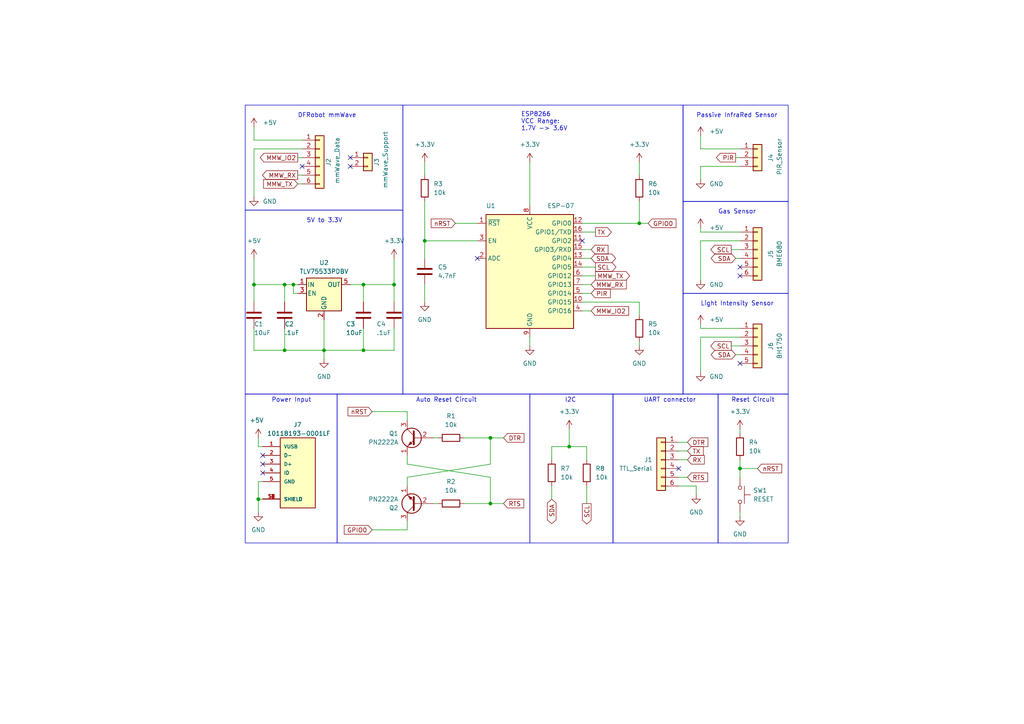
<source format=kicad_sch>
(kicad_sch (version 20230121) (generator eeschema)

  (uuid e8407b76-28a5-49b8-a72f-f5bc1cfd4075)

  (paper "A4")

  (title_block
    (title "Multisensor")
    (date "2023-10-26")
  )

  (lib_symbols
    (symbol "10118193-0001LF:10118193-0001LF" (pin_names (offset 1.016)) (in_bom yes) (on_board yes)
      (property "Reference" "J" (at -5.0817 10.9286 0)
        (effects (font (size 1.27 1.27)) (justify left bottom))
      )
      (property "Value" "10118193-0001LF" (at -5.0819 -12.7097 0)
        (effects (font (size 1.27 1.27)) (justify left bottom))
      )
      (property "Footprint" "10118193-0001LF:AMPHENOL_10118193-0001LF" (at 0 0 0)
        (effects (font (size 1.27 1.27)) (justify bottom) hide)
      )
      (property "Datasheet" "" (at 0 0 0)
        (effects (font (size 1.27 1.27)) hide)
      )
      (property "DigiKey_Part_Number" "609-4616-2-ND" (at 0 0 0)
        (effects (font (size 1.27 1.27)) (justify bottom) hide)
      )
      (property "MF" "Amphenol ICC" (at 0 0 0)
        (effects (font (size 1.27 1.27)) (justify bottom) hide)
      )
      (property "MAXIMUM_PACKAGE_HEIGHT" "2.55 mm" (at 0 0 0)
        (effects (font (size 1.27 1.27)) (justify bottom) hide)
      )
      (property "Package" "None" (at 0 0 0)
        (effects (font (size 1.27 1.27)) (justify bottom) hide)
      )
      (property "Check_prices" "https://www.snapeda.com/parts/10118193-0001LF/Amphenol+FCI/view-part/?ref=eda" (at 0 0 0)
        (effects (font (size 1.27 1.27)) (justify bottom) hide)
      )
      (property "STANDARD" "Manufacturer Recommendations" (at 0 0 0)
        (effects (font (size 1.27 1.27)) (justify bottom) hide)
      )
      (property "PARTREV" "E" (at 0 0 0)
        (effects (font (size 1.27 1.27)) (justify bottom) hide)
      )
      (property "SnapEDA_Link" "https://www.snapeda.com/parts/10118193-0001LF/Amphenol+FCI/view-part/?ref=snap" (at 0 0 0)
        (effects (font (size 1.27 1.27)) (justify bottom) hide)
      )
      (property "MP" "10118193-0001LF" (at 0 0 0)
        (effects (font (size 1.27 1.27)) (justify bottom) hide)
      )
      (property "Purchase-URL" "https://www.snapeda.com/api/url_track_click_mouser/?unipart_id=110244&manufacturer=Amphenol ICC&part_name=10118193-0001LF&search_term=None" (at 0 0 0)
        (effects (font (size 1.27 1.27)) (justify bottom) hide)
      )
      (property "Description" "\nRight Angle Surface Mount Mount Female USB Connector 100 V ac 1.8A | Amphenol FCI (Amphenol CS) 10118193-0001LF\n" (at 0 0 0)
        (effects (font (size 1.27 1.27)) (justify bottom) hide)
      )
      (property "MANUFACTURER" "Amphenol FCI" (at 0 0 0)
        (effects (font (size 1.27 1.27)) (justify bottom) hide)
      )
      (symbol "10118193-0001LF_0_0"
        (rectangle (start -5.08 -10.16) (end 5.08 10.16)
          (stroke (width 0.254) (type default))
          (fill (type background))
        )
        (pin passive line (at -10.16 7.62 0) (length 5.08)
          (name "VUSB" (effects (font (size 1.016 1.016))))
          (number "1" (effects (font (size 1.016 1.016))))
        )
        (pin passive line (at -10.16 5.08 0) (length 5.08)
          (name "D-" (effects (font (size 1.016 1.016))))
          (number "2" (effects (font (size 1.016 1.016))))
        )
        (pin passive line (at -10.16 2.54 0) (length 5.08)
          (name "D+" (effects (font (size 1.016 1.016))))
          (number "3" (effects (font (size 1.016 1.016))))
        )
        (pin passive line (at -10.16 0 0) (length 5.08)
          (name "ID" (effects (font (size 1.016 1.016))))
          (number "4" (effects (font (size 1.016 1.016))))
        )
        (pin passive line (at -10.16 -2.54 0) (length 5.08)
          (name "GND" (effects (font (size 1.016 1.016))))
          (number "5" (effects (font (size 1.016 1.016))))
        )
        (pin passive line (at -10.16 -7.62 0) (length 5.08)
          (name "SHIELD" (effects (font (size 1.016 1.016))))
          (number "S1" (effects (font (size 1.016 1.016))))
        )
        (pin passive line (at -10.16 -7.62 0) (length 5.08)
          (name "SHIELD" (effects (font (size 1.016 1.016))))
          (number "S2" (effects (font (size 1.016 1.016))))
        )
        (pin passive line (at -10.16 -7.62 0) (length 5.08)
          (name "SHIELD" (effects (font (size 1.016 1.016))))
          (number "S3" (effects (font (size 1.016 1.016))))
        )
        (pin passive line (at -10.16 -7.62 0) (length 5.08)
          (name "SHIELD" (effects (font (size 1.016 1.016))))
          (number "S4" (effects (font (size 1.016 1.016))))
        )
        (pin passive line (at -10.16 -7.62 0) (length 5.08)
          (name "SHIELD" (effects (font (size 1.016 1.016))))
          (number "S5" (effects (font (size 1.016 1.016))))
        )
        (pin passive line (at -10.16 -7.62 0) (length 5.08)
          (name "SHIELD" (effects (font (size 1.016 1.016))))
          (number "S6" (effects (font (size 1.016 1.016))))
        )
      )
    )
    (symbol "Connector_Generic:Conn_01x02" (pin_names (offset 1.016) hide) (in_bom yes) (on_board yes)
      (property "Reference" "J" (at 0 2.54 0)
        (effects (font (size 1.27 1.27)))
      )
      (property "Value" "Conn_01x02" (at 0 -5.08 0)
        (effects (font (size 1.27 1.27)))
      )
      (property "Footprint" "" (at 0 0 0)
        (effects (font (size 1.27 1.27)) hide)
      )
      (property "Datasheet" "~" (at 0 0 0)
        (effects (font (size 1.27 1.27)) hide)
      )
      (property "ki_keywords" "connector" (at 0 0 0)
        (effects (font (size 1.27 1.27)) hide)
      )
      (property "ki_description" "Generic connector, single row, 01x02, script generated (kicad-library-utils/schlib/autogen/connector/)" (at 0 0 0)
        (effects (font (size 1.27 1.27)) hide)
      )
      (property "ki_fp_filters" "Connector*:*_1x??_*" (at 0 0 0)
        (effects (font (size 1.27 1.27)) hide)
      )
      (symbol "Conn_01x02_1_1"
        (rectangle (start -1.27 -2.413) (end 0 -2.667)
          (stroke (width 0.1524) (type default))
          (fill (type none))
        )
        (rectangle (start -1.27 0.127) (end 0 -0.127)
          (stroke (width 0.1524) (type default))
          (fill (type none))
        )
        (rectangle (start -1.27 1.27) (end 1.27 -3.81)
          (stroke (width 0.254) (type default))
          (fill (type background))
        )
        (pin passive line (at -5.08 0 0) (length 3.81)
          (name "Pin_1" (effects (font (size 1.27 1.27))))
          (number "1" (effects (font (size 1.27 1.27))))
        )
        (pin passive line (at -5.08 -2.54 0) (length 3.81)
          (name "Pin_2" (effects (font (size 1.27 1.27))))
          (number "2" (effects (font (size 1.27 1.27))))
        )
      )
    )
    (symbol "Connector_Generic:Conn_01x03" (pin_names (offset 1.016) hide) (in_bom yes) (on_board yes)
      (property "Reference" "J" (at 0 5.08 0)
        (effects (font (size 1.27 1.27)))
      )
      (property "Value" "Conn_01x03" (at 0 -5.08 0)
        (effects (font (size 1.27 1.27)))
      )
      (property "Footprint" "" (at 0 0 0)
        (effects (font (size 1.27 1.27)) hide)
      )
      (property "Datasheet" "~" (at 0 0 0)
        (effects (font (size 1.27 1.27)) hide)
      )
      (property "ki_keywords" "connector" (at 0 0 0)
        (effects (font (size 1.27 1.27)) hide)
      )
      (property "ki_description" "Generic connector, single row, 01x03, script generated (kicad-library-utils/schlib/autogen/connector/)" (at 0 0 0)
        (effects (font (size 1.27 1.27)) hide)
      )
      (property "ki_fp_filters" "Connector*:*_1x??_*" (at 0 0 0)
        (effects (font (size 1.27 1.27)) hide)
      )
      (symbol "Conn_01x03_1_1"
        (rectangle (start -1.27 -2.413) (end 0 -2.667)
          (stroke (width 0.1524) (type default))
          (fill (type none))
        )
        (rectangle (start -1.27 0.127) (end 0 -0.127)
          (stroke (width 0.1524) (type default))
          (fill (type none))
        )
        (rectangle (start -1.27 2.667) (end 0 2.413)
          (stroke (width 0.1524) (type default))
          (fill (type none))
        )
        (rectangle (start -1.27 3.81) (end 1.27 -3.81)
          (stroke (width 0.254) (type default))
          (fill (type background))
        )
        (pin passive line (at -5.08 2.54 0) (length 3.81)
          (name "Pin_1" (effects (font (size 1.27 1.27))))
          (number "1" (effects (font (size 1.27 1.27))))
        )
        (pin passive line (at -5.08 0 0) (length 3.81)
          (name "Pin_2" (effects (font (size 1.27 1.27))))
          (number "2" (effects (font (size 1.27 1.27))))
        )
        (pin passive line (at -5.08 -2.54 0) (length 3.81)
          (name "Pin_3" (effects (font (size 1.27 1.27))))
          (number "3" (effects (font (size 1.27 1.27))))
        )
      )
    )
    (symbol "Connector_Generic:Conn_01x05" (pin_names (offset 1.016) hide) (in_bom yes) (on_board yes)
      (property "Reference" "J" (at 0 7.62 0)
        (effects (font (size 1.27 1.27)))
      )
      (property "Value" "Conn_01x05" (at 0 -7.62 0)
        (effects (font (size 1.27 1.27)))
      )
      (property "Footprint" "" (at 0 0 0)
        (effects (font (size 1.27 1.27)) hide)
      )
      (property "Datasheet" "~" (at 0 0 0)
        (effects (font (size 1.27 1.27)) hide)
      )
      (property "ki_keywords" "connector" (at 0 0 0)
        (effects (font (size 1.27 1.27)) hide)
      )
      (property "ki_description" "Generic connector, single row, 01x05, script generated (kicad-library-utils/schlib/autogen/connector/)" (at 0 0 0)
        (effects (font (size 1.27 1.27)) hide)
      )
      (property "ki_fp_filters" "Connector*:*_1x??_*" (at 0 0 0)
        (effects (font (size 1.27 1.27)) hide)
      )
      (symbol "Conn_01x05_1_1"
        (rectangle (start -1.27 -4.953) (end 0 -5.207)
          (stroke (width 0.1524) (type default))
          (fill (type none))
        )
        (rectangle (start -1.27 -2.413) (end 0 -2.667)
          (stroke (width 0.1524) (type default))
          (fill (type none))
        )
        (rectangle (start -1.27 0.127) (end 0 -0.127)
          (stroke (width 0.1524) (type default))
          (fill (type none))
        )
        (rectangle (start -1.27 2.667) (end 0 2.413)
          (stroke (width 0.1524) (type default))
          (fill (type none))
        )
        (rectangle (start -1.27 5.207) (end 0 4.953)
          (stroke (width 0.1524) (type default))
          (fill (type none))
        )
        (rectangle (start -1.27 6.35) (end 1.27 -6.35)
          (stroke (width 0.254) (type default))
          (fill (type background))
        )
        (pin passive line (at -5.08 5.08 0) (length 3.81)
          (name "Pin_1" (effects (font (size 1.27 1.27))))
          (number "1" (effects (font (size 1.27 1.27))))
        )
        (pin passive line (at -5.08 2.54 0) (length 3.81)
          (name "Pin_2" (effects (font (size 1.27 1.27))))
          (number "2" (effects (font (size 1.27 1.27))))
        )
        (pin passive line (at -5.08 0 0) (length 3.81)
          (name "Pin_3" (effects (font (size 1.27 1.27))))
          (number "3" (effects (font (size 1.27 1.27))))
        )
        (pin passive line (at -5.08 -2.54 0) (length 3.81)
          (name "Pin_4" (effects (font (size 1.27 1.27))))
          (number "4" (effects (font (size 1.27 1.27))))
        )
        (pin passive line (at -5.08 -5.08 0) (length 3.81)
          (name "Pin_5" (effects (font (size 1.27 1.27))))
          (number "5" (effects (font (size 1.27 1.27))))
        )
      )
    )
    (symbol "Connector_Generic:Conn_01x06" (pin_names (offset 1.016) hide) (in_bom yes) (on_board yes)
      (property "Reference" "J" (at 0 7.62 0)
        (effects (font (size 1.27 1.27)))
      )
      (property "Value" "Conn_01x06" (at 0 -10.16 0)
        (effects (font (size 1.27 1.27)))
      )
      (property "Footprint" "" (at 0 0 0)
        (effects (font (size 1.27 1.27)) hide)
      )
      (property "Datasheet" "~" (at 0 0 0)
        (effects (font (size 1.27 1.27)) hide)
      )
      (property "ki_keywords" "connector" (at 0 0 0)
        (effects (font (size 1.27 1.27)) hide)
      )
      (property "ki_description" "Generic connector, single row, 01x06, script generated (kicad-library-utils/schlib/autogen/connector/)" (at 0 0 0)
        (effects (font (size 1.27 1.27)) hide)
      )
      (property "ki_fp_filters" "Connector*:*_1x??_*" (at 0 0 0)
        (effects (font (size 1.27 1.27)) hide)
      )
      (symbol "Conn_01x06_1_1"
        (rectangle (start -1.27 -7.493) (end 0 -7.747)
          (stroke (width 0.1524) (type default))
          (fill (type none))
        )
        (rectangle (start -1.27 -4.953) (end 0 -5.207)
          (stroke (width 0.1524) (type default))
          (fill (type none))
        )
        (rectangle (start -1.27 -2.413) (end 0 -2.667)
          (stroke (width 0.1524) (type default))
          (fill (type none))
        )
        (rectangle (start -1.27 0.127) (end 0 -0.127)
          (stroke (width 0.1524) (type default))
          (fill (type none))
        )
        (rectangle (start -1.27 2.667) (end 0 2.413)
          (stroke (width 0.1524) (type default))
          (fill (type none))
        )
        (rectangle (start -1.27 5.207) (end 0 4.953)
          (stroke (width 0.1524) (type default))
          (fill (type none))
        )
        (rectangle (start -1.27 6.35) (end 1.27 -8.89)
          (stroke (width 0.254) (type default))
          (fill (type background))
        )
        (pin passive line (at -5.08 5.08 0) (length 3.81)
          (name "Pin_1" (effects (font (size 1.27 1.27))))
          (number "1" (effects (font (size 1.27 1.27))))
        )
        (pin passive line (at -5.08 2.54 0) (length 3.81)
          (name "Pin_2" (effects (font (size 1.27 1.27))))
          (number "2" (effects (font (size 1.27 1.27))))
        )
        (pin passive line (at -5.08 0 0) (length 3.81)
          (name "Pin_3" (effects (font (size 1.27 1.27))))
          (number "3" (effects (font (size 1.27 1.27))))
        )
        (pin passive line (at -5.08 -2.54 0) (length 3.81)
          (name "Pin_4" (effects (font (size 1.27 1.27))))
          (number "4" (effects (font (size 1.27 1.27))))
        )
        (pin passive line (at -5.08 -5.08 0) (length 3.81)
          (name "Pin_5" (effects (font (size 1.27 1.27))))
          (number "5" (effects (font (size 1.27 1.27))))
        )
        (pin passive line (at -5.08 -7.62 0) (length 3.81)
          (name "Pin_6" (effects (font (size 1.27 1.27))))
          (number "6" (effects (font (size 1.27 1.27))))
        )
      )
    )
    (symbol "Device:C" (pin_numbers hide) (pin_names (offset 0.254)) (in_bom yes) (on_board yes)
      (property "Reference" "C" (at 0.635 2.54 0)
        (effects (font (size 1.27 1.27)) (justify left))
      )
      (property "Value" "C" (at 0.635 -2.54 0)
        (effects (font (size 1.27 1.27)) (justify left))
      )
      (property "Footprint" "" (at 0.9652 -3.81 0)
        (effects (font (size 1.27 1.27)) hide)
      )
      (property "Datasheet" "~" (at 0 0 0)
        (effects (font (size 1.27 1.27)) hide)
      )
      (property "ki_keywords" "cap capacitor" (at 0 0 0)
        (effects (font (size 1.27 1.27)) hide)
      )
      (property "ki_description" "Unpolarized capacitor" (at 0 0 0)
        (effects (font (size 1.27 1.27)) hide)
      )
      (property "ki_fp_filters" "C_*" (at 0 0 0)
        (effects (font (size 1.27 1.27)) hide)
      )
      (symbol "C_0_1"
        (polyline
          (pts
            (xy -2.032 -0.762)
            (xy 2.032 -0.762)
          )
          (stroke (width 0.508) (type default))
          (fill (type none))
        )
        (polyline
          (pts
            (xy -2.032 0.762)
            (xy 2.032 0.762)
          )
          (stroke (width 0.508) (type default))
          (fill (type none))
        )
      )
      (symbol "C_1_1"
        (pin passive line (at 0 3.81 270) (length 2.794)
          (name "~" (effects (font (size 1.27 1.27))))
          (number "1" (effects (font (size 1.27 1.27))))
        )
        (pin passive line (at 0 -3.81 90) (length 2.794)
          (name "~" (effects (font (size 1.27 1.27))))
          (number "2" (effects (font (size 1.27 1.27))))
        )
      )
    )
    (symbol "Device:R" (pin_numbers hide) (pin_names (offset 0)) (in_bom yes) (on_board yes)
      (property "Reference" "R" (at 2.032 0 90)
        (effects (font (size 1.27 1.27)))
      )
      (property "Value" "R" (at 0 0 90)
        (effects (font (size 1.27 1.27)))
      )
      (property "Footprint" "" (at -1.778 0 90)
        (effects (font (size 1.27 1.27)) hide)
      )
      (property "Datasheet" "~" (at 0 0 0)
        (effects (font (size 1.27 1.27)) hide)
      )
      (property "ki_keywords" "R res resistor" (at 0 0 0)
        (effects (font (size 1.27 1.27)) hide)
      )
      (property "ki_description" "Resistor" (at 0 0 0)
        (effects (font (size 1.27 1.27)) hide)
      )
      (property "ki_fp_filters" "R_*" (at 0 0 0)
        (effects (font (size 1.27 1.27)) hide)
      )
      (symbol "R_0_1"
        (rectangle (start -1.016 -2.54) (end 1.016 2.54)
          (stroke (width 0.254) (type default))
          (fill (type none))
        )
      )
      (symbol "R_1_1"
        (pin passive line (at 0 3.81 270) (length 1.27)
          (name "~" (effects (font (size 1.27 1.27))))
          (number "1" (effects (font (size 1.27 1.27))))
        )
        (pin passive line (at 0 -3.81 90) (length 1.27)
          (name "~" (effects (font (size 1.27 1.27))))
          (number "2" (effects (font (size 1.27 1.27))))
        )
      )
    )
    (symbol "RF_Module:ESP-07" (in_bom yes) (on_board yes)
      (property "Reference" "U" (at -12.7 19.05 0)
        (effects (font (size 1.27 1.27)) (justify left))
      )
      (property "Value" "ESP-07" (at 12.7 19.05 0)
        (effects (font (size 1.27 1.27)) (justify right))
      )
      (property "Footprint" "RF_Module:ESP-07" (at 0 0 0)
        (effects (font (size 1.27 1.27)) hide)
      )
      (property "Datasheet" "http://wiki.ai-thinker.com/_media/esp8266/esp8266_series_modules_user_manual_v1.1.pdf" (at -8.89 2.54 0)
        (effects (font (size 1.27 1.27)) hide)
      )
      (property "ki_keywords" "802.11 Wi-Fi" (at 0 0 0)
        (effects (font (size 1.27 1.27)) hide)
      )
      (property "ki_description" "802.11 b/g/n Wi-Fi Module" (at 0 0 0)
        (effects (font (size 1.27 1.27)) hide)
      )
      (property "ki_fp_filters" "ESP?07*" (at 0 0 0)
        (effects (font (size 1.27 1.27)) hide)
      )
      (symbol "ESP-07_0_1"
        (rectangle (start -12.7 17.78) (end 12.7 -15.24)
          (stroke (width 0.254) (type default))
          (fill (type background))
        )
      )
      (symbol "ESP-07_1_1"
        (pin input line (at -15.24 15.24 0) (length 2.54)
          (name "~{RST}" (effects (font (size 1.27 1.27))))
          (number "1" (effects (font (size 1.27 1.27))))
        )
        (pin bidirectional line (at 15.24 -7.62 180) (length 2.54)
          (name "GPIO15" (effects (font (size 1.27 1.27))))
          (number "10" (effects (font (size 1.27 1.27))))
        )
        (pin bidirectional line (at 15.24 10.16 180) (length 2.54)
          (name "GPIO2" (effects (font (size 1.27 1.27))))
          (number "11" (effects (font (size 1.27 1.27))))
        )
        (pin bidirectional line (at 15.24 15.24 180) (length 2.54)
          (name "GPIO0" (effects (font (size 1.27 1.27))))
          (number "12" (effects (font (size 1.27 1.27))))
        )
        (pin bidirectional line (at 15.24 5.08 180) (length 2.54)
          (name "GPIO4" (effects (font (size 1.27 1.27))))
          (number "13" (effects (font (size 1.27 1.27))))
        )
        (pin bidirectional line (at 15.24 2.54 180) (length 2.54)
          (name "GPIO5" (effects (font (size 1.27 1.27))))
          (number "14" (effects (font (size 1.27 1.27))))
        )
        (pin bidirectional line (at 15.24 7.62 180) (length 2.54)
          (name "GPIO3/RXD" (effects (font (size 1.27 1.27))))
          (number "15" (effects (font (size 1.27 1.27))))
        )
        (pin bidirectional line (at 15.24 12.7 180) (length 2.54)
          (name "GPIO1/TXD" (effects (font (size 1.27 1.27))))
          (number "16" (effects (font (size 1.27 1.27))))
        )
        (pin input line (at -15.24 5.08 0) (length 2.54)
          (name "ADC" (effects (font (size 1.27 1.27))))
          (number "2" (effects (font (size 1.27 1.27))))
        )
        (pin input line (at -15.24 10.16 0) (length 2.54)
          (name "EN" (effects (font (size 1.27 1.27))))
          (number "3" (effects (font (size 1.27 1.27))))
        )
        (pin bidirectional line (at 15.24 -10.16 180) (length 2.54)
          (name "GPIO16" (effects (font (size 1.27 1.27))))
          (number "4" (effects (font (size 1.27 1.27))))
        )
        (pin bidirectional line (at 15.24 -5.08 180) (length 2.54)
          (name "GPIO14" (effects (font (size 1.27 1.27))))
          (number "5" (effects (font (size 1.27 1.27))))
        )
        (pin bidirectional line (at 15.24 0 180) (length 2.54)
          (name "GPIO12" (effects (font (size 1.27 1.27))))
          (number "6" (effects (font (size 1.27 1.27))))
        )
        (pin bidirectional line (at 15.24 -2.54 180) (length 2.54)
          (name "GPIO13" (effects (font (size 1.27 1.27))))
          (number "7" (effects (font (size 1.27 1.27))))
        )
        (pin power_in line (at 0 20.32 270) (length 2.54)
          (name "VCC" (effects (font (size 1.27 1.27))))
          (number "8" (effects (font (size 1.27 1.27))))
        )
        (pin power_in line (at 0 -17.78 90) (length 2.54)
          (name "GND" (effects (font (size 1.27 1.27))))
          (number "9" (effects (font (size 1.27 1.27))))
        )
      )
    )
    (symbol "Regulator_Linear:TLV75533PDBV" (pin_names (offset 0.254)) (in_bom yes) (on_board yes)
      (property "Reference" "U" (at -3.81 5.715 0)
        (effects (font (size 1.27 1.27)))
      )
      (property "Value" "TLV75533PDBV" (at 0 5.715 0)
        (effects (font (size 1.27 1.27)) (justify left))
      )
      (property "Footprint" "Package_TO_SOT_SMD:SOT-23-5" (at 0 8.255 0)
        (effects (font (size 1.27 1.27) italic) hide)
      )
      (property "Datasheet" "http://www.ti.com/lit/ds/symlink/tlv755p.pdf" (at 0 1.27 0)
        (effects (font (size 1.27 1.27)) hide)
      )
      (property "ki_keywords" "LDO Regulator Fixed Positive" (at 0 0 0)
        (effects (font (size 1.27 1.27)) hide)
      )
      (property "ki_description" "500mA Low Dropout Voltage Regulator, Fixed Output 3.3V, SOT-23-5" (at 0 0 0)
        (effects (font (size 1.27 1.27)) hide)
      )
      (property "ki_fp_filters" "SOT?23*" (at 0 0 0)
        (effects (font (size 1.27 1.27)) hide)
      )
      (symbol "TLV75533PDBV_0_1"
        (rectangle (start -5.08 4.445) (end 5.08 -5.08)
          (stroke (width 0.254) (type default))
          (fill (type background))
        )
      )
      (symbol "TLV75533PDBV_1_1"
        (pin power_in line (at -7.62 2.54 0) (length 2.54)
          (name "IN" (effects (font (size 1.27 1.27))))
          (number "1" (effects (font (size 1.27 1.27))))
        )
        (pin power_in line (at 0 -7.62 90) (length 2.54)
          (name "GND" (effects (font (size 1.27 1.27))))
          (number "2" (effects (font (size 1.27 1.27))))
        )
        (pin input line (at -7.62 0 0) (length 2.54)
          (name "EN" (effects (font (size 1.27 1.27))))
          (number "3" (effects (font (size 1.27 1.27))))
        )
        (pin no_connect line (at 5.08 0 180) (length 2.54) hide
          (name "NC" (effects (font (size 1.27 1.27))))
          (number "4" (effects (font (size 1.27 1.27))))
        )
        (pin power_out line (at 7.62 2.54 180) (length 2.54)
          (name "OUT" (effects (font (size 1.27 1.27))))
          (number "5" (effects (font (size 1.27 1.27))))
        )
      )
    )
    (symbol "Switch:SW_Push" (pin_numbers hide) (pin_names (offset 1.016) hide) (in_bom yes) (on_board yes)
      (property "Reference" "SW" (at 1.27 2.54 0)
        (effects (font (size 1.27 1.27)) (justify left))
      )
      (property "Value" "SW_Push" (at 0 -1.524 0)
        (effects (font (size 1.27 1.27)))
      )
      (property "Footprint" "" (at 0 5.08 0)
        (effects (font (size 1.27 1.27)) hide)
      )
      (property "Datasheet" "~" (at 0 5.08 0)
        (effects (font (size 1.27 1.27)) hide)
      )
      (property "ki_keywords" "switch normally-open pushbutton push-button" (at 0 0 0)
        (effects (font (size 1.27 1.27)) hide)
      )
      (property "ki_description" "Push button switch, generic, two pins" (at 0 0 0)
        (effects (font (size 1.27 1.27)) hide)
      )
      (symbol "SW_Push_0_1"
        (circle (center -2.032 0) (radius 0.508)
          (stroke (width 0) (type default))
          (fill (type none))
        )
        (polyline
          (pts
            (xy 0 1.27)
            (xy 0 3.048)
          )
          (stroke (width 0) (type default))
          (fill (type none))
        )
        (polyline
          (pts
            (xy 2.54 1.27)
            (xy -2.54 1.27)
          )
          (stroke (width 0) (type default))
          (fill (type none))
        )
        (circle (center 2.032 0) (radius 0.508)
          (stroke (width 0) (type default))
          (fill (type none))
        )
        (pin passive line (at -5.08 0 0) (length 2.54)
          (name "1" (effects (font (size 1.27 1.27))))
          (number "1" (effects (font (size 1.27 1.27))))
        )
        (pin passive line (at 5.08 0 180) (length 2.54)
          (name "2" (effects (font (size 1.27 1.27))))
          (number "2" (effects (font (size 1.27 1.27))))
        )
      )
    )
    (symbol "Transistor_BJT:PN2222A" (pin_names (offset 0) hide) (in_bom yes) (on_board yes)
      (property "Reference" "Q" (at 5.08 1.905 0)
        (effects (font (size 1.27 1.27)) (justify left))
      )
      (property "Value" "PN2222A" (at 5.08 0 0)
        (effects (font (size 1.27 1.27)) (justify left))
      )
      (property "Footprint" "Package_TO_SOT_THT:TO-92_Inline" (at 5.08 -1.905 0)
        (effects (font (size 1.27 1.27) italic) (justify left) hide)
      )
      (property "Datasheet" "https://www.onsemi.com/pub/Collateral/PN2222-D.PDF" (at 0 0 0)
        (effects (font (size 1.27 1.27)) (justify left) hide)
      )
      (property "ki_keywords" "NPN Transistor" (at 0 0 0)
        (effects (font (size 1.27 1.27)) hide)
      )
      (property "ki_description" "1A Ic, 40V Vce, NPN Transistor, General Purpose Transistor, TO-92" (at 0 0 0)
        (effects (font (size 1.27 1.27)) hide)
      )
      (property "ki_fp_filters" "TO?92*" (at 0 0 0)
        (effects (font (size 1.27 1.27)) hide)
      )
      (symbol "PN2222A_0_1"
        (polyline
          (pts
            (xy 0 0)
            (xy 0.635 0)
          )
          (stroke (width 0) (type default))
          (fill (type none))
        )
        (polyline
          (pts
            (xy 2.54 -2.54)
            (xy 0.635 -0.635)
          )
          (stroke (width 0) (type default))
          (fill (type none))
        )
        (polyline
          (pts
            (xy 2.54 2.54)
            (xy 0.635 0.635)
          )
          (stroke (width 0) (type default))
          (fill (type none))
        )
        (polyline
          (pts
            (xy 0.635 1.905)
            (xy 0.635 -1.905)
            (xy 0.635 -1.905)
          )
          (stroke (width 0.508) (type default))
          (fill (type none))
        )
        (polyline
          (pts
            (xy 2.413 -2.413)
            (xy 1.905 -1.905)
            (xy 1.905 -1.905)
          )
          (stroke (width 0) (type default))
          (fill (type none))
        )
        (polyline
          (pts
            (xy 1.143 -1.651)
            (xy 1.651 -1.143)
            (xy 2.159 -2.159)
            (xy 1.143 -1.651)
            (xy 1.143 -1.651)
          )
          (stroke (width 0) (type default))
          (fill (type outline))
        )
        (circle (center 1.27 0) (radius 2.8194)
          (stroke (width 0.254) (type default))
          (fill (type none))
        )
      )
      (symbol "PN2222A_1_1"
        (pin passive line (at 2.54 -5.08 90) (length 2.54)
          (name "E" (effects (font (size 1.27 1.27))))
          (number "1" (effects (font (size 1.27 1.27))))
        )
        (pin input line (at -5.08 0 0) (length 5.08)
          (name "B" (effects (font (size 1.27 1.27))))
          (number "2" (effects (font (size 1.27 1.27))))
        )
        (pin passive line (at 2.54 5.08 270) (length 2.54)
          (name "C" (effects (font (size 1.27 1.27))))
          (number "3" (effects (font (size 1.27 1.27))))
        )
      )
    )
    (symbol "power:+3.3V" (power) (pin_names (offset 0)) (in_bom yes) (on_board yes)
      (property "Reference" "#PWR" (at 0 -3.81 0)
        (effects (font (size 1.27 1.27)) hide)
      )
      (property "Value" "+3.3V" (at 0 3.556 0)
        (effects (font (size 1.27 1.27)))
      )
      (property "Footprint" "" (at 0 0 0)
        (effects (font (size 1.27 1.27)) hide)
      )
      (property "Datasheet" "" (at 0 0 0)
        (effects (font (size 1.27 1.27)) hide)
      )
      (property "ki_keywords" "global power" (at 0 0 0)
        (effects (font (size 1.27 1.27)) hide)
      )
      (property "ki_description" "Power symbol creates a global label with name \"+3.3V\"" (at 0 0 0)
        (effects (font (size 1.27 1.27)) hide)
      )
      (symbol "+3.3V_0_1"
        (polyline
          (pts
            (xy -0.762 1.27)
            (xy 0 2.54)
          )
          (stroke (width 0) (type default))
          (fill (type none))
        )
        (polyline
          (pts
            (xy 0 0)
            (xy 0 2.54)
          )
          (stroke (width 0) (type default))
          (fill (type none))
        )
        (polyline
          (pts
            (xy 0 2.54)
            (xy 0.762 1.27)
          )
          (stroke (width 0) (type default))
          (fill (type none))
        )
      )
      (symbol "+3.3V_1_1"
        (pin power_in line (at 0 0 90) (length 0) hide
          (name "+3.3V" (effects (font (size 1.27 1.27))))
          (number "1" (effects (font (size 1.27 1.27))))
        )
      )
    )
    (symbol "power:+5V" (power) (pin_names (offset 0)) (in_bom yes) (on_board yes)
      (property "Reference" "#PWR" (at 0 -3.81 0)
        (effects (font (size 1.27 1.27)) hide)
      )
      (property "Value" "+5V" (at 0 3.556 0)
        (effects (font (size 1.27 1.27)))
      )
      (property "Footprint" "" (at 0 0 0)
        (effects (font (size 1.27 1.27)) hide)
      )
      (property "Datasheet" "" (at 0 0 0)
        (effects (font (size 1.27 1.27)) hide)
      )
      (property "ki_keywords" "global power" (at 0 0 0)
        (effects (font (size 1.27 1.27)) hide)
      )
      (property "ki_description" "Power symbol creates a global label with name \"+5V\"" (at 0 0 0)
        (effects (font (size 1.27 1.27)) hide)
      )
      (symbol "+5V_0_1"
        (polyline
          (pts
            (xy -0.762 1.27)
            (xy 0 2.54)
          )
          (stroke (width 0) (type default))
          (fill (type none))
        )
        (polyline
          (pts
            (xy 0 0)
            (xy 0 2.54)
          )
          (stroke (width 0) (type default))
          (fill (type none))
        )
        (polyline
          (pts
            (xy 0 2.54)
            (xy 0.762 1.27)
          )
          (stroke (width 0) (type default))
          (fill (type none))
        )
      )
      (symbol "+5V_1_1"
        (pin power_in line (at 0 0 90) (length 0) hide
          (name "+5V" (effects (font (size 1.27 1.27))))
          (number "1" (effects (font (size 1.27 1.27))))
        )
      )
    )
    (symbol "power:GND" (power) (pin_names (offset 0)) (in_bom yes) (on_board yes)
      (property "Reference" "#PWR" (at 0 -6.35 0)
        (effects (font (size 1.27 1.27)) hide)
      )
      (property "Value" "GND" (at 0 -3.81 0)
        (effects (font (size 1.27 1.27)))
      )
      (property "Footprint" "" (at 0 0 0)
        (effects (font (size 1.27 1.27)) hide)
      )
      (property "Datasheet" "" (at 0 0 0)
        (effects (font (size 1.27 1.27)) hide)
      )
      (property "ki_keywords" "global power" (at 0 0 0)
        (effects (font (size 1.27 1.27)) hide)
      )
      (property "ki_description" "Power symbol creates a global label with name \"GND\" , ground" (at 0 0 0)
        (effects (font (size 1.27 1.27)) hide)
      )
      (symbol "GND_0_1"
        (polyline
          (pts
            (xy 0 0)
            (xy 0 -1.27)
            (xy 1.27 -1.27)
            (xy 0 -2.54)
            (xy -1.27 -1.27)
            (xy 0 -1.27)
          )
          (stroke (width 0) (type default))
          (fill (type none))
        )
      )
      (symbol "GND_1_1"
        (pin power_in line (at 0 0 270) (length 0) hide
          (name "GND" (effects (font (size 1.27 1.27))))
          (number "1" (effects (font (size 1.27 1.27))))
        )
      )
    )
  )

  (junction (at 142.24 146.05) (diameter 0) (color 0 0 0 0)
    (uuid 0506e22d-3871-4363-8599-0d6dd654706d)
  )
  (junction (at 73.66 82.55) (diameter 0) (color 0 0 0 0)
    (uuid 1b3b88b1-1346-4fcd-b188-da705c5faf3b)
  )
  (junction (at 123.19 69.85) (diameter 0) (color 0 0 0 0)
    (uuid 477d0881-f1ec-4085-a042-f181ab79cacd)
  )
  (junction (at 82.55 82.55) (diameter 0) (color 0 0 0 0)
    (uuid 7c183c53-05f9-420c-a5e0-f129f815ef0e)
  )
  (junction (at 214.63 135.89) (diameter 0) (color 0 0 0 0)
    (uuid 8404380e-aca4-4cd7-bc0f-61968f4332c0)
  )
  (junction (at 114.3 82.55) (diameter 0) (color 0 0 0 0)
    (uuid 8fa9a491-f4c0-42d6-9461-e7ed5c30778b)
  )
  (junction (at 142.24 127) (diameter 0) (color 0 0 0 0)
    (uuid 97faec12-6279-430c-840d-b88e8e015906)
  )
  (junction (at 85.09 82.55) (diameter 0) (color 0 0 0 0)
    (uuid 99afe815-df26-4a54-89d1-83c034a8ab4b)
  )
  (junction (at 82.55 101.6) (diameter 0) (color 0 0 0 0)
    (uuid 9bb592c5-9993-44f6-8d14-b6b00f488b5d)
  )
  (junction (at 165.1 129.54) (diameter 0) (color 0 0 0 0)
    (uuid bea5d128-86ea-4d3a-b826-c3fd07fa4889)
  )
  (junction (at 185.42 64.77) (diameter 0) (color 0 0 0 0)
    (uuid d238cf36-800f-4b8e-9122-c9d0bb565258)
  )
  (junction (at 74.93 144.78) (diameter 0) (color 0 0 0 0)
    (uuid d6268f4b-0662-4f73-927d-aa0efd33348c)
  )
  (junction (at 105.41 101.6) (diameter 0) (color 0 0 0 0)
    (uuid efce2561-dda4-4879-b157-2c2b1f7bc28f)
  )
  (junction (at 93.98 101.6) (diameter 0) (color 0 0 0 0)
    (uuid f963bf2c-7bca-4045-953f-4e39cff3230b)
  )
  (junction (at 105.41 82.55) (diameter 0) (color 0 0 0 0)
    (uuid fce49b7f-5d9e-43ca-b3d3-c425c21a1437)
  )

  (no_connect (at 214.63 77.47) (uuid 232a31bc-3d9b-409a-882c-92a888e42049))
  (no_connect (at 76.2 137.16) (uuid 4a311824-c510-46f5-b031-cb4318058f4f))
  (no_connect (at 101.6 45.72) (uuid 50fb1611-d6e4-41b5-ad33-174918e1a76d))
  (no_connect (at 196.85 135.89) (uuid 5ba5261c-51b7-4434-b008-df3ec8a98096))
  (no_connect (at 76.2 132.08) (uuid 60528485-7f3f-4100-a247-18a245cc55da))
  (no_connect (at 138.43 74.93) (uuid 63074130-de0b-4fe5-a88c-60b7f2c9c445))
  (no_connect (at 214.63 105.41) (uuid 6e9d0cc4-19fe-48a3-a182-2813adfc9fe2))
  (no_connect (at 214.63 80.01) (uuid 959003c7-eb8c-45d7-8f8f-c19c52b7cbfd))
  (no_connect (at 87.63 48.26) (uuid ab93fec4-f9e7-4ad1-bbcc-0cd125de9ebe))
  (no_connect (at 168.91 69.85) (uuid b189d70a-8aa2-40ca-a448-f2129b7b8cfc))
  (no_connect (at 76.2 134.62) (uuid d847adb1-6036-430a-825f-2a9d0689eb54))
  (no_connect (at 101.6 48.26) (uuid de2a943b-288f-438b-8fe3-368544bb819e))

  (wire (pts (xy 185.42 87.63) (xy 185.42 91.44))
    (stroke (width 0) (type default))
    (uuid 0454c964-c023-4188-b9a4-75edd47ab1bd)
  )
  (wire (pts (xy 85.09 82.55) (xy 85.09 85.09))
    (stroke (width 0) (type default))
    (uuid 0564cbc8-8c96-4791-bfd0-6702213ce3a9)
  )
  (wire (pts (xy 214.63 148.59) (xy 214.63 149.86))
    (stroke (width 0) (type default))
    (uuid 06694b5d-0f3f-447e-a202-21beebc6a087)
  )
  (wire (pts (xy 153.67 46.99) (xy 153.67 59.69))
    (stroke (width 0) (type default))
    (uuid 07e01ae9-7fc1-4a7f-aad0-c0290a2e2d21)
  )
  (wire (pts (xy 76.2 144.78) (xy 74.93 144.78))
    (stroke (width 0) (type default))
    (uuid 0bab50dc-8d45-454c-98c8-ba94d647fe04)
  )
  (wire (pts (xy 73.66 36.83) (xy 73.66 40.64))
    (stroke (width 0) (type default))
    (uuid 0f70278f-3b2d-4d82-adda-115c790ca580)
  )
  (wire (pts (xy 73.66 74.93) (xy 73.66 82.55))
    (stroke (width 0) (type default))
    (uuid 114e1d0a-8796-41bc-9ddc-8c81ecec0edb)
  )
  (wire (pts (xy 160.02 129.54) (xy 165.1 129.54))
    (stroke (width 0) (type default))
    (uuid 12b99446-4f81-4618-a41d-d34d229fcb47)
  )
  (wire (pts (xy 203.2 67.31) (xy 214.63 67.31))
    (stroke (width 0) (type default))
    (uuid 13a14528-5fa6-4b69-b673-a0ed8a4017e1)
  )
  (wire (pts (xy 168.91 64.77) (xy 185.42 64.77))
    (stroke (width 0) (type default))
    (uuid 1913722e-63cc-42f4-a1f3-1f0d8e4b4e65)
  )
  (wire (pts (xy 123.19 82.55) (xy 123.19 87.63))
    (stroke (width 0) (type default))
    (uuid 192d3f8e-653c-4bc4-b91a-0697bcd8b008)
  )
  (wire (pts (xy 123.19 69.85) (xy 123.19 74.93))
    (stroke (width 0) (type default))
    (uuid 1dc75776-2bbc-453c-ad43-909a01340cc2)
  )
  (wire (pts (xy 82.55 82.55) (xy 82.55 87.63))
    (stroke (width 0) (type default))
    (uuid 2043f856-e4ef-4824-aaa3-ea65a7724e40)
  )
  (wire (pts (xy 168.91 74.93) (xy 171.45 74.93))
    (stroke (width 0) (type default))
    (uuid 2095d7a5-b57b-4f46-8b4b-9955ab4d5957)
  )
  (wire (pts (xy 105.41 82.55) (xy 105.41 87.63))
    (stroke (width 0) (type default))
    (uuid 20bf339a-af52-4d38-b7c9-29dfe9a6905b)
  )
  (wire (pts (xy 212.09 72.39) (xy 214.63 72.39))
    (stroke (width 0) (type default))
    (uuid 21f36fa9-7a7c-46b7-af41-737fa31409c0)
  )
  (wire (pts (xy 203.2 107.95) (xy 203.2 97.79))
    (stroke (width 0) (type default))
    (uuid 23ebef9f-bc28-4c0c-a645-e06c493fc311)
  )
  (wire (pts (xy 203.2 81.28) (xy 203.2 69.85))
    (stroke (width 0) (type default))
    (uuid 24591a7a-b250-4db5-b785-700910eb1742)
  )
  (wire (pts (xy 168.91 80.01) (xy 172.72 80.01))
    (stroke (width 0) (type default))
    (uuid 27a9a065-5e7d-4ebd-a41c-71291f1cfbb9)
  )
  (wire (pts (xy 105.41 82.55) (xy 114.3 82.55))
    (stroke (width 0) (type default))
    (uuid 28994c18-006e-4a8a-80a0-9f3ea6479490)
  )
  (wire (pts (xy 153.67 97.79) (xy 153.67 100.33))
    (stroke (width 0) (type default))
    (uuid 28ccaf8d-1085-4774-827b-c10e0b08230f)
  )
  (wire (pts (xy 142.24 127) (xy 134.62 127))
    (stroke (width 0) (type default))
    (uuid 2923a843-112f-4996-9d8c-2b1958249126)
  )
  (wire (pts (xy 114.3 82.55) (xy 114.3 87.63))
    (stroke (width 0) (type default))
    (uuid 2d847146-dd25-4e62-9eec-471f9fea400b)
  )
  (wire (pts (xy 123.19 58.42) (xy 123.19 69.85))
    (stroke (width 0) (type default))
    (uuid 2fc1c49b-d91c-4a06-a855-aa393b60dd32)
  )
  (wire (pts (xy 213.36 74.93) (xy 214.63 74.93))
    (stroke (width 0) (type default))
    (uuid 306ae44d-63bc-40ea-8bc1-de3db645dce1)
  )
  (wire (pts (xy 73.66 101.6) (xy 82.55 101.6))
    (stroke (width 0) (type default))
    (uuid 30eef5a9-6729-4976-ba43-714466f06bfe)
  )
  (wire (pts (xy 74.93 139.7) (xy 74.93 144.78))
    (stroke (width 0) (type default))
    (uuid 329fdc5e-2e95-4a6b-9dad-92eb18397079)
  )
  (wire (pts (xy 123.19 46.99) (xy 123.19 50.8))
    (stroke (width 0) (type default))
    (uuid 33859cd6-e6b5-46d9-84ca-2ef0a4f90dee)
  )
  (wire (pts (xy 132.08 64.77) (xy 138.43 64.77))
    (stroke (width 0) (type default))
    (uuid 36c4b4f1-1f97-4f37-9660-be06c100777a)
  )
  (wire (pts (xy 170.18 129.54) (xy 165.1 129.54))
    (stroke (width 0) (type default))
    (uuid 38354ceb-25e0-4368-be83-28135353de9b)
  )
  (wire (pts (xy 196.85 133.35) (xy 199.39 133.35))
    (stroke (width 0) (type default))
    (uuid 3ef05fe1-2620-4baf-8b39-43e14c79d18b)
  )
  (wire (pts (xy 82.55 82.55) (xy 85.09 82.55))
    (stroke (width 0) (type default))
    (uuid 43dfe104-b83c-46b5-88fb-e275bc8a5e6f)
  )
  (wire (pts (xy 114.3 82.55) (xy 114.3 74.93))
    (stroke (width 0) (type default))
    (uuid 46b16259-8b50-431c-8a87-bfdd425ccad7)
  )
  (wire (pts (xy 196.85 130.81) (xy 199.39 130.81))
    (stroke (width 0) (type default))
    (uuid 4767b71d-29d5-4285-b51e-ea4b7b316bce)
  )
  (wire (pts (xy 73.66 43.18) (xy 87.63 43.18))
    (stroke (width 0) (type default))
    (uuid 4c413c97-ae7b-42ec-876f-521bad6d30db)
  )
  (wire (pts (xy 203.2 48.26) (xy 214.63 48.26))
    (stroke (width 0) (type default))
    (uuid 4dda0daf-9dab-4089-8e63-eeb5c3eec232)
  )
  (wire (pts (xy 168.91 67.31) (xy 172.72 67.31))
    (stroke (width 0) (type default))
    (uuid 4e71c2d7-88c7-48ee-b9f3-e1fb72c534b9)
  )
  (wire (pts (xy 142.24 127) (xy 142.24 134.62))
    (stroke (width 0) (type default))
    (uuid 512a6ab9-6c2a-49c3-8689-521b524fbfa4)
  )
  (wire (pts (xy 86.36 50.8) (xy 87.63 50.8))
    (stroke (width 0) (type default))
    (uuid 55cfd5d1-83a5-477e-bd13-22f57bab94c1)
  )
  (wire (pts (xy 203.2 97.79) (xy 214.63 97.79))
    (stroke (width 0) (type default))
    (uuid 58f9e8b9-b877-429d-8297-12324d7a24de)
  )
  (wire (pts (xy 170.18 140.97) (xy 170.18 146.05))
    (stroke (width 0) (type default))
    (uuid 5b89b445-f42e-4dfa-bc3a-a57f1553b606)
  )
  (wire (pts (xy 73.66 40.64) (xy 87.63 40.64))
    (stroke (width 0) (type default))
    (uuid 5d774afa-921f-4eea-9388-fb450ac0ab45)
  )
  (wire (pts (xy 86.36 45.72) (xy 87.63 45.72))
    (stroke (width 0) (type default))
    (uuid 60f936b6-58a8-40d3-ad27-e3df75a99153)
  )
  (wire (pts (xy 114.3 95.25) (xy 114.3 101.6))
    (stroke (width 0) (type default))
    (uuid 61facb40-7875-4e56-a97a-8988e605f24c)
  )
  (wire (pts (xy 185.42 58.42) (xy 185.42 64.77))
    (stroke (width 0) (type default))
    (uuid 639d9d91-54e3-49d4-b80c-3e6353e3717f)
  )
  (wire (pts (xy 203.2 93.98) (xy 203.2 95.25))
    (stroke (width 0) (type default))
    (uuid 66829100-7029-48fd-9a06-2a7098bea529)
  )
  (wire (pts (xy 105.41 101.6) (xy 114.3 101.6))
    (stroke (width 0) (type default))
    (uuid 6a5a96dd-8411-43b9-a896-494db8fde2cf)
  )
  (wire (pts (xy 86.36 53.34) (xy 87.63 53.34))
    (stroke (width 0) (type default))
    (uuid 6aeb3967-b86b-49e3-87d3-6f3978a34cbd)
  )
  (wire (pts (xy 203.2 66.04) (xy 203.2 67.31))
    (stroke (width 0) (type default))
    (uuid 6e6a07e9-0c18-40b4-a9ac-db43e3349c15)
  )
  (wire (pts (xy 165.1 124.46) (xy 165.1 129.54))
    (stroke (width 0) (type default))
    (uuid 6edea25b-6325-4da7-a48b-17e5c3724e97)
  )
  (wire (pts (xy 160.02 133.35) (xy 160.02 129.54))
    (stroke (width 0) (type default))
    (uuid 73fdb8f8-836c-48a7-9eb7-f4c0b6ce0632)
  )
  (wire (pts (xy 146.05 146.05) (xy 142.24 146.05))
    (stroke (width 0) (type default))
    (uuid 7855aa50-2499-4adc-b6bc-91c00c4840af)
  )
  (wire (pts (xy 118.11 138.43) (xy 118.11 140.97))
    (stroke (width 0) (type default))
    (uuid 7ac4f976-8477-48d5-903f-6a384d5aaa88)
  )
  (wire (pts (xy 127 146.05) (xy 125.73 146.05))
    (stroke (width 0) (type default))
    (uuid 80b9608c-c7ae-49d6-af53-814c8c4c5581)
  )
  (wire (pts (xy 203.2 52.07) (xy 203.2 48.26))
    (stroke (width 0) (type default))
    (uuid 85221383-f104-468c-a728-c9b086e85ff8)
  )
  (wire (pts (xy 76.2 139.7) (xy 74.93 139.7))
    (stroke (width 0) (type default))
    (uuid 87c6148e-551d-4d4a-8efc-fce2f95d2133)
  )
  (wire (pts (xy 105.41 101.6) (xy 93.98 101.6))
    (stroke (width 0) (type default))
    (uuid 87ea0661-3006-4988-b94a-8aefa385d6d4)
  )
  (wire (pts (xy 168.91 87.63) (xy 185.42 87.63))
    (stroke (width 0) (type default))
    (uuid 883cf27b-6a57-4bb2-a39b-3429714aee33)
  )
  (wire (pts (xy 118.11 153.67) (xy 107.95 153.67))
    (stroke (width 0) (type default))
    (uuid 89033e1b-cf0a-429b-8c2e-dc0e37b96c8f)
  )
  (wire (pts (xy 203.2 95.25) (xy 214.63 95.25))
    (stroke (width 0) (type default))
    (uuid 8a051e53-4d7b-4e07-b1d8-1fcf54cc3b8e)
  )
  (wire (pts (xy 214.63 135.89) (xy 219.71 135.89))
    (stroke (width 0) (type default))
    (uuid 8c4d649f-6f7b-4e75-86d7-5f7ef1ae4acb)
  )
  (wire (pts (xy 168.91 72.39) (xy 171.45 72.39))
    (stroke (width 0) (type default))
    (uuid 8ccd392b-a777-4b1b-959c-f24361f2afe8)
  )
  (wire (pts (xy 93.98 101.6) (xy 93.98 104.14))
    (stroke (width 0) (type default))
    (uuid 8d6f5d74-c0bc-492f-a71f-cbfa558ac1d0)
  )
  (wire (pts (xy 168.91 85.09) (xy 171.45 85.09))
    (stroke (width 0) (type default))
    (uuid 8fa40790-fc57-4e3f-87dd-cd82c1cf1df4)
  )
  (wire (pts (xy 85.09 82.55) (xy 86.36 82.55))
    (stroke (width 0) (type default))
    (uuid 90b4317c-deb2-4e59-9ca4-7fe4d62acd45)
  )
  (wire (pts (xy 101.6 82.55) (xy 105.41 82.55))
    (stroke (width 0) (type default))
    (uuid 935792c0-c81b-4928-ad89-9bf0bab6c37a)
  )
  (wire (pts (xy 203.2 69.85) (xy 214.63 69.85))
    (stroke (width 0) (type default))
    (uuid 980d8c9d-8179-44f3-a1ef-5bbbc349b537)
  )
  (wire (pts (xy 118.11 119.38) (xy 107.95 119.38))
    (stroke (width 0) (type default))
    (uuid 9bb57828-a5b9-440a-822b-cb410107015d)
  )
  (wire (pts (xy 82.55 101.6) (xy 93.98 101.6))
    (stroke (width 0) (type default))
    (uuid 9bb8ff2e-2f44-443f-8cd4-af357bde45f8)
  )
  (wire (pts (xy 73.66 82.55) (xy 82.55 82.55))
    (stroke (width 0) (type default))
    (uuid 9bc055c2-316a-4d07-8dbf-115f668814ca)
  )
  (wire (pts (xy 73.66 95.25) (xy 73.66 101.6))
    (stroke (width 0) (type default))
    (uuid a0aada73-da1d-48fc-a516-1677e913f5fc)
  )
  (wire (pts (xy 168.91 77.47) (xy 172.72 77.47))
    (stroke (width 0) (type default))
    (uuid a4919928-456b-4758-bbe6-eba4769c8b9f)
  )
  (wire (pts (xy 160.02 140.97) (xy 160.02 144.78))
    (stroke (width 0) (type default))
    (uuid a6b68345-3056-460a-be4c-1a96a1653a74)
  )
  (wire (pts (xy 118.11 138.43) (xy 142.24 134.62))
    (stroke (width 0) (type default))
    (uuid a724ff60-cfed-4d3c-9aa5-bc7fa7f52884)
  )
  (wire (pts (xy 214.63 135.89) (xy 214.63 138.43))
    (stroke (width 0) (type default))
    (uuid a9b4456e-ebde-48d8-8b67-efa6cf447d31)
  )
  (wire (pts (xy 105.41 95.25) (xy 105.41 101.6))
    (stroke (width 0) (type default))
    (uuid aa9ed303-74e3-4a62-9d75-192977097eab)
  )
  (wire (pts (xy 214.63 45.72) (xy 213.36 45.72))
    (stroke (width 0) (type default))
    (uuid b0092cbe-93ba-4a5c-8f0f-031840857ffa)
  )
  (wire (pts (xy 196.85 138.43) (xy 199.39 138.43))
    (stroke (width 0) (type default))
    (uuid b328ee4c-3527-4807-a5bf-a89fde895ede)
  )
  (wire (pts (xy 142.24 146.05) (xy 134.62 146.05))
    (stroke (width 0) (type default))
    (uuid b7b66887-348d-4038-b07d-2b712faa849f)
  )
  (wire (pts (xy 82.55 95.25) (xy 82.55 101.6))
    (stroke (width 0) (type default))
    (uuid b84079cc-fac3-4344-b6c0-4c9275e3fb56)
  )
  (wire (pts (xy 74.93 144.78) (xy 74.93 148.59))
    (stroke (width 0) (type default))
    (uuid b9ef6cca-1624-4ba9-9013-de64933fe40a)
  )
  (wire (pts (xy 127 127) (xy 125.73 127))
    (stroke (width 0) (type default))
    (uuid ba519180-9872-4cf8-af40-b39b5dd8a8f7)
  )
  (wire (pts (xy 146.05 127) (xy 142.24 127))
    (stroke (width 0) (type default))
    (uuid bd2d3398-c07b-49a1-9863-a08e2aeee4c9)
  )
  (wire (pts (xy 196.85 128.27) (xy 199.39 128.27))
    (stroke (width 0) (type default))
    (uuid be4368b1-ce54-462c-9b90-dae57d4bbfb1)
  )
  (wire (pts (xy 118.11 121.92) (xy 118.11 119.38))
    (stroke (width 0) (type default))
    (uuid c1d57b0f-013b-4a51-a77e-e0445c12dcd3)
  )
  (wire (pts (xy 86.36 85.09) (xy 85.09 85.09))
    (stroke (width 0) (type default))
    (uuid c2c81021-38a2-47e3-a8a8-53058a589ac3)
  )
  (wire (pts (xy 214.63 133.35) (xy 214.63 135.89))
    (stroke (width 0) (type default))
    (uuid c36edce5-ed81-47ae-9dc2-58a305aa722d)
  )
  (wire (pts (xy 213.36 102.87) (xy 214.63 102.87))
    (stroke (width 0) (type default))
    (uuid c5774709-f4c6-49c0-88b6-f633613c0579)
  )
  (wire (pts (xy 185.42 99.06) (xy 185.42 100.33))
    (stroke (width 0) (type default))
    (uuid c6d06154-8b85-4d4a-bb9a-29548fccece0)
  )
  (wire (pts (xy 74.93 127) (xy 74.93 129.54))
    (stroke (width 0) (type default))
    (uuid c81666f1-16b8-4add-8bc3-8b2fc02fd70d)
  )
  (wire (pts (xy 196.85 140.97) (xy 201.93 140.97))
    (stroke (width 0) (type default))
    (uuid cd612ea6-d570-4e1f-a063-9bfe8ffa8202)
  )
  (wire (pts (xy 142.24 138.43) (xy 142.24 146.05))
    (stroke (width 0) (type default))
    (uuid d0c91d01-7755-4012-ba65-809546066b67)
  )
  (wire (pts (xy 118.11 134.62) (xy 142.24 138.43))
    (stroke (width 0) (type default))
    (uuid d80b773d-37e7-4fee-a083-4a98d87de8b1)
  )
  (wire (pts (xy 74.93 129.54) (xy 76.2 129.54))
    (stroke (width 0) (type default))
    (uuid de158367-3dfd-454c-ae39-b19741f0dad6)
  )
  (wire (pts (xy 93.98 92.71) (xy 93.98 101.6))
    (stroke (width 0) (type default))
    (uuid e1bfa9cd-69e9-4471-a5ef-db26a6126255)
  )
  (wire (pts (xy 73.66 82.55) (xy 73.66 87.63))
    (stroke (width 0) (type default))
    (uuid e3aecd3b-8600-40dd-a4f6-96bc8049c0d6)
  )
  (wire (pts (xy 187.96 64.77) (xy 185.42 64.77))
    (stroke (width 0) (type default))
    (uuid e5cf29fb-b3ad-423d-81d8-87f7519df2b1)
  )
  (wire (pts (xy 212.09 100.33) (xy 214.63 100.33))
    (stroke (width 0) (type default))
    (uuid e7d36a74-d655-4a85-8dfd-a42f48631b6a)
  )
  (wire (pts (xy 73.66 57.15) (xy 73.66 43.18))
    (stroke (width 0) (type default))
    (uuid e99b2e6b-aef4-4a73-bf68-8525f3ea854f)
  )
  (wire (pts (xy 214.63 124.46) (xy 214.63 125.73))
    (stroke (width 0) (type default))
    (uuid e9ad8822-0e8b-444a-8890-c1c4697da1b7)
  )
  (wire (pts (xy 170.18 133.35) (xy 170.18 129.54))
    (stroke (width 0) (type default))
    (uuid ed605bfd-fdff-4e78-b99a-03f52cfae1fa)
  )
  (wire (pts (xy 118.11 151.13) (xy 118.11 153.67))
    (stroke (width 0) (type default))
    (uuid ee16f302-0bcb-4451-90c0-0b06f2065932)
  )
  (wire (pts (xy 201.93 140.97) (xy 201.93 143.51))
    (stroke (width 0) (type default))
    (uuid f1217132-48a8-47e0-b1e8-0031d9e32df3)
  )
  (wire (pts (xy 168.91 82.55) (xy 171.45 82.55))
    (stroke (width 0) (type default))
    (uuid f68e44f7-216a-418f-bc70-3dca6472ba52)
  )
  (wire (pts (xy 203.2 39.37) (xy 203.2 43.18))
    (stroke (width 0) (type default))
    (uuid f738198f-359c-45d5-a6d2-3b1945e1dda6)
  )
  (wire (pts (xy 118.11 134.62) (xy 118.11 132.08))
    (stroke (width 0) (type default))
    (uuid f85b5d17-f724-4242-9cf7-bcf95c3de694)
  )
  (wire (pts (xy 203.2 43.18) (xy 214.63 43.18))
    (stroke (width 0) (type default))
    (uuid fb71dee1-e584-432f-89bf-88799a4f49f3)
  )
  (wire (pts (xy 168.91 90.17) (xy 171.45 90.17))
    (stroke (width 0) (type default))
    (uuid fc1d5b7b-e6c0-422b-9aff-9fa175b58465)
  )
  (wire (pts (xy 185.42 46.99) (xy 185.42 50.8))
    (stroke (width 0) (type default))
    (uuid fe1333ec-69e1-40a4-9be8-e9b5271e6db9)
  )
  (wire (pts (xy 123.19 69.85) (xy 138.43 69.85))
    (stroke (width 0) (type default))
    (uuid ff5345e5-fbfd-459e-978d-6b2e8bc129cf)
  )

  (rectangle (start 71.12 30.48) (end 116.84 60.96)
    (stroke (width 0) (type default))
    (fill (type none))
    (uuid 044a7c5c-bddb-41b1-aaac-8fde43b0ec41)
  )
  (rectangle (start 198.12 58.42) (end 228.6 85.09)
    (stroke (width 0) (type default))
    (fill (type none))
    (uuid 14e6d37f-822d-4ea1-9a7f-df8cbb0f78f3)
  )
  (rectangle (start 198.12 85.09) (end 228.6 114.3)
    (stroke (width 0) (type default))
    (fill (type none))
    (uuid 16fc64bf-f19f-4771-a6cd-97f03f395af2)
  )
  (rectangle (start 198.12 30.48) (end 228.6 58.42)
    (stroke (width 0) (type default))
    (fill (type none))
    (uuid 263d62bd-81e7-4104-b1b5-22d5ffc4802b)
  )
  (rectangle (start 97.79 114.3) (end 153.67 157.48)
    (stroke (width 0) (type default))
    (fill (type none))
    (uuid 413629e0-9d3f-43ae-a6ca-eac9bcaad107)
  )
  (rectangle (start 71.12 60.96) (end 116.84 114.3)
    (stroke (width 0) (type default))
    (fill (type none))
    (uuid 415abc6c-580f-4292-9452-7951f3671c0c)
  )
  (rectangle (start 177.8 114.3) (end 208.28 157.48)
    (stroke (width 0) (type default))
    (fill (type none))
    (uuid 4416bfc8-d8b6-456a-a241-3a8dad0b1a0e)
  )
  (rectangle (start 208.28 114.3) (end 228.6 157.48)
    (stroke (width 0) (type default))
    (fill (type none))
    (uuid 593efae8-6431-46a9-a619-99682f581cc3)
  )
  (rectangle (start 116.84 30.48) (end 198.12 114.3)
    (stroke (width 0) (type default))
    (fill (type none))
    (uuid 8faf2259-5813-4b2f-a488-6cebb311bfd5)
  )
  (rectangle (start 153.67 114.3) (end 177.8 157.48)
    (stroke (width 0) (type default))
    (fill (type none))
    (uuid b8b7a090-3740-44d9-b8e5-978d61ebc6c8)
  )
  (rectangle (start 71.12 114.3) (end 97.79 157.48)
    (stroke (width 0) (type default))
    (fill (type none))
    (uuid fca8dbf0-6258-45b9-bd72-4ba693ad4df4)
  )

  (text "Light Intensity Sensor" (at 203.2 88.9 0)
    (effects (font (size 1.27 1.27)) (justify left bottom) (href "https://shop.pimoroni.com/products/bh1750-digital-light-intensity-sensor-module"))
    (uuid 11b9a6f1-e6ad-4c17-8f20-bd12b376e54d)
  )
  (text "DFRobot mmWave" (at 86.36 34.29 0)
    (effects (font (size 1.27 1.27)) (justify left bottom) (href "https://www.dfrobot.com/product-2282.html"))
    (uuid 18e30332-c1f0-409f-b3b0-fab59955d98a)
  )
  (text "Auto Reset Circuit" (at 120.65 116.84 0)
    (effects (font (size 1.27 1.27)) (justify left bottom) (href "https://github.com/nodemcu/nodemcu-devkit-v1.0/blob/master/NODEMCU_DEVKIT_V1.0.PDF"))
    (uuid 23c4705f-4b61-4123-99a7-307436309fbe)
  )
  (text "Reset Circuit" (at 212.09 116.84 0)
    (effects (font (size 1.27 1.27)) (justify left bottom) (href "https://www.studiopieters.nl/esp8266-auto-program-reset/"))
    (uuid 58fecd15-74df-477b-b02b-06764f38a63f)
  )
  (text "ESP8266\nVCC Range:\n1.7V -> 3.6V" (at 151.13 38.1 0)
    (effects (font (size 1.27 1.27)) (justify left bottom) (href "https://www.studiopieters.nl/esp8266-auto-program-reset/"))
    (uuid 5aa483ce-6174-45cc-9d7a-cdb0bcf2bfd7)
  )
  (text "Gas Sensor" (at 208.28 62.23 0)
    (effects (font (size 1.27 1.27)) (justify left bottom) (href "https://www.bosch-sensortec.com/products/environmental-sensors/gas-sensors/bme680/"))
    (uuid 601eaa9c-c067-4bcd-9471-9fb3cf383690)
  )
  (text "Power Input" (at 78.74 116.84 0)
    (effects (font (size 1.27 1.27)) (justify left bottom))
    (uuid 6ee0eef3-7070-4948-b4da-9a03df7cb1dc)
  )
  (text "Passive InfraRed Sensor" (at 201.93 34.29 0)
    (effects (font (size 1.27 1.27)) (justify left bottom) (href "https://thepihut.com/products/pir-motion-sensor-module"))
    (uuid 8d899caa-afb4-4c5e-91b4-73811346531f)
  )
  (text "UART connector" (at 186.69 116.84 0)
    (effects (font (size 1.27 1.27)) (justify left bottom))
    (uuid c7f1be3c-f4b6-4103-b0d1-9263743f4fad)
  )
  (text "I2C" (at 163.83 116.84 0)
    (effects (font (size 1.27 1.27)) (justify left bottom))
    (uuid d99ca471-f963-4890-b150-c9e8151c8238)
  )
  (text "5V to 3.3V" (at 88.9 64.77 0)
    (effects (font (size 1.27 1.27)) (justify left bottom) (href "https://www.wemos.cc/en/latest/_static/files/sch_d1_mini_v3.0.0.pdf"))
    (uuid f8ece7da-5964-4d12-919e-515d6c3b8cc8)
  )

  (global_label "SDA" (shape bidirectional) (at 171.45 74.93 0) (fields_autoplaced)
    (effects (font (size 1.27 1.27)) (justify left))
    (uuid 06ec9afb-fee5-4199-b921-b4acc89bd6bd)
    (property "Intersheetrefs" "${INTERSHEET_REFS}" (at 179.1146 74.93 0)
      (effects (font (size 1.27 1.27)) (justify left) hide)
    )
  )
  (global_label "DTR" (shape input) (at 146.05 127 0) (fields_autoplaced)
    (effects (font (size 1.27 1.27)) (justify left))
    (uuid 260a49fd-e051-4c8a-a74b-b058076f95da)
    (property "Intersheetrefs" "${INTERSHEET_REFS}" (at 152.5428 127 0)
      (effects (font (size 1.27 1.27)) (justify left) hide)
    )
  )
  (global_label "SCL" (shape output) (at 212.09 100.33 180) (fields_autoplaced)
    (effects (font (size 1.27 1.27)) (justify right))
    (uuid 3da14399-0a8d-4965-8c8d-c1143dbd9f7a)
    (property "Intersheetrefs" "${INTERSHEET_REFS}" (at 205.5972 100.33 0)
      (effects (font (size 1.27 1.27)) (justify right) hide)
    )
  )
  (global_label "MMW_IO2" (shape output) (at 86.36 45.72 180) (fields_autoplaced)
    (effects (font (size 1.27 1.27)) (justify right))
    (uuid 4bf123ec-ebe5-485e-b619-8765ece7e031)
    (property "Intersheetrefs" "${INTERSHEET_REFS}" (at 74.9082 45.72 0)
      (effects (font (size 1.27 1.27)) (justify right) hide)
    )
  )
  (global_label "RTS" (shape input) (at 146.05 146.05 0) (fields_autoplaced)
    (effects (font (size 1.27 1.27)) (justify left))
    (uuid 4c4f88dd-89c5-43eb-b11a-63ede19564d3)
    (property "Intersheetrefs" "${INTERSHEET_REFS}" (at 152.4823 146.05 0)
      (effects (font (size 1.27 1.27)) (justify left) hide)
    )
  )
  (global_label "SCL" (shape output) (at 170.18 146.05 270) (fields_autoplaced)
    (effects (font (size 1.27 1.27)) (justify right))
    (uuid 5b1ba555-6dfb-4fb9-978b-fe97b125b530)
    (property "Intersheetrefs" "${INTERSHEET_REFS}" (at 170.18 152.5428 90)
      (effects (font (size 1.27 1.27)) (justify right) hide)
    )
  )
  (global_label "nRST" (shape input) (at 107.95 119.38 180) (fields_autoplaced)
    (effects (font (size 1.27 1.27)) (justify right))
    (uuid 71b94bc3-f539-4e40-8b69-47e464d6a886)
    (property "Intersheetrefs" "${INTERSHEET_REFS}" (at 100.3687 119.38 0)
      (effects (font (size 1.27 1.27)) (justify right) hide)
    )
  )
  (global_label "PIR" (shape output) (at 213.36 45.72 180) (fields_autoplaced)
    (effects (font (size 1.27 1.27)) (justify right))
    (uuid 7709e830-e558-496f-82f7-7692dd0c64ce)
    (property "Intersheetrefs" "${INTERSHEET_REFS}" (at 207.23 45.72 0)
      (effects (font (size 1.27 1.27)) (justify right) hide)
    )
  )
  (global_label "nRST" (shape input) (at 219.71 135.89 0) (fields_autoplaced)
    (effects (font (size 1.27 1.27)) (justify left))
    (uuid 83a4139a-dcaa-47ac-8327-2711a7c666bd)
    (property "Intersheetrefs" "${INTERSHEET_REFS}" (at 227.2913 135.89 0)
      (effects (font (size 1.27 1.27)) (justify left) hide)
    )
  )
  (global_label "SCL" (shape output) (at 172.72 77.47 0) (fields_autoplaced)
    (effects (font (size 1.27 1.27)) (justify left))
    (uuid 86712f36-7492-477e-b318-d4686ce1b2be)
    (property "Intersheetrefs" "${INTERSHEET_REFS}" (at 179.2128 77.47 0)
      (effects (font (size 1.27 1.27)) (justify left) hide)
    )
  )
  (global_label "SDA" (shape bidirectional) (at 213.36 74.93 180) (fields_autoplaced)
    (effects (font (size 1.27 1.27)) (justify right))
    (uuid 94d17005-8259-4463-843b-c431a8a3adff)
    (property "Intersheetrefs" "${INTERSHEET_REFS}" (at 205.6954 74.93 0)
      (effects (font (size 1.27 1.27)) (justify right) hide)
    )
  )
  (global_label "GPIO0" (shape input) (at 187.96 64.77 0) (fields_autoplaced)
    (effects (font (size 1.27 1.27)) (justify left))
    (uuid 98510791-5d01-4f34-aaab-21958de27127)
    (property "Intersheetrefs" "${INTERSHEET_REFS}" (at 196.63 64.77 0)
      (effects (font (size 1.27 1.27)) (justify left) hide)
    )
  )
  (global_label "TX" (shape input) (at 199.39 130.81 0) (fields_autoplaced)
    (effects (font (size 1.27 1.27)) (justify left))
    (uuid 9950db44-d8df-4a9a-86c6-f54b6b8e4874)
    (property "Intersheetrefs" "${INTERSHEET_REFS}" (at 204.5523 130.81 0)
      (effects (font (size 1.27 1.27)) (justify left) hide)
    )
  )
  (global_label "SCL" (shape output) (at 212.09 72.39 180) (fields_autoplaced)
    (effects (font (size 1.27 1.27)) (justify right))
    (uuid a38c7633-b939-4521-9fc6-2ae929daf1ab)
    (property "Intersheetrefs" "${INTERSHEET_REFS}" (at 205.5972 72.39 0)
      (effects (font (size 1.27 1.27)) (justify right) hide)
    )
  )
  (global_label "MMW_TX" (shape input) (at 86.36 53.34 180) (fields_autoplaced)
    (effects (font (size 1.27 1.27)) (justify right))
    (uuid b476af69-2ec8-49d8-830d-98771862b895)
    (property "Intersheetrefs" "${INTERSHEET_REFS}" (at 75.8759 53.34 0)
      (effects (font (size 1.27 1.27)) (justify right) hide)
    )
  )
  (global_label "GPIO0" (shape input) (at 107.95 153.67 180) (fields_autoplaced)
    (effects (font (size 1.27 1.27)) (justify right))
    (uuid b9f2762b-6592-4d7f-b9b7-05586683a442)
    (property "Intersheetrefs" "${INTERSHEET_REFS}" (at 99.28 153.67 0)
      (effects (font (size 1.27 1.27)) (justify right) hide)
    )
  )
  (global_label "TX" (shape output) (at 172.72 67.31 0) (fields_autoplaced)
    (effects (font (size 1.27 1.27)) (justify left))
    (uuid ca03e193-9182-4f81-a8cf-49444522f36b)
    (property "Intersheetrefs" "${INTERSHEET_REFS}" (at 177.8823 67.31 0)
      (effects (font (size 1.27 1.27)) (justify left) hide)
    )
  )
  (global_label "RX" (shape input) (at 171.45 72.39 0) (fields_autoplaced)
    (effects (font (size 1.27 1.27)) (justify left))
    (uuid ca7a2da1-bb5d-40fa-b485-78cbc5f1ceac)
    (property "Intersheetrefs" "${INTERSHEET_REFS}" (at 176.9147 72.39 0)
      (effects (font (size 1.27 1.27)) (justify left) hide)
    )
  )
  (global_label "nRST" (shape input) (at 132.08 64.77 180) (fields_autoplaced)
    (effects (font (size 1.27 1.27)) (justify right))
    (uuid cb8e0c12-5250-4694-b7de-6fbbec53031d)
    (property "Intersheetrefs" "${INTERSHEET_REFS}" (at 124.4987 64.77 0)
      (effects (font (size 1.27 1.27)) (justify right) hide)
    )
  )
  (global_label "SDA" (shape bidirectional) (at 160.02 144.78 270) (fields_autoplaced)
    (effects (font (size 1.27 1.27)) (justify right))
    (uuid d12eb0ac-70ba-478e-8c15-97888c8c4dca)
    (property "Intersheetrefs" "${INTERSHEET_REFS}" (at 160.02 152.4446 90)
      (effects (font (size 1.27 1.27)) (justify right) hide)
    )
  )
  (global_label "RTS" (shape input) (at 199.39 138.43 0) (fields_autoplaced)
    (effects (font (size 1.27 1.27)) (justify left))
    (uuid d7ba2dc6-15f2-49f6-aed0-ddf73358e02d)
    (property "Intersheetrefs" "${INTERSHEET_REFS}" (at 205.8223 138.43 0)
      (effects (font (size 1.27 1.27)) (justify left) hide)
    )
  )
  (global_label "MMW_RX" (shape input) (at 171.45 82.55 0) (fields_autoplaced)
    (effects (font (size 1.27 1.27)) (justify left))
    (uuid da2f9340-06d7-42b7-b04b-97c3ed858071)
    (property "Intersheetrefs" "${INTERSHEET_REFS}" (at 182.2365 82.55 0)
      (effects (font (size 1.27 1.27)) (justify left) hide)
    )
  )
  (global_label "PIR" (shape input) (at 171.45 85.09 0) (fields_autoplaced)
    (effects (font (size 1.27 1.27)) (justify left))
    (uuid de708bac-c3c3-4d94-b7b7-08976c5bc5bf)
    (property "Intersheetrefs" "${INTERSHEET_REFS}" (at 177.58 85.09 0)
      (effects (font (size 1.27 1.27)) (justify left) hide)
    )
  )
  (global_label "MMW_IO2" (shape input) (at 171.45 90.17 0) (fields_autoplaced)
    (effects (font (size 1.27 1.27)) (justify left))
    (uuid ed554228-44f4-4a4e-9e10-91a0bb7f608a)
    (property "Intersheetrefs" "${INTERSHEET_REFS}" (at 182.9018 90.17 0)
      (effects (font (size 1.27 1.27)) (justify left) hide)
    )
  )
  (global_label "MMW_TX" (shape output) (at 172.72 80.01 0) (fields_autoplaced)
    (effects (font (size 1.27 1.27)) (justify left))
    (uuid ee63eb04-3368-4f38-a174-0697ef38576e)
    (property "Intersheetrefs" "${INTERSHEET_REFS}" (at 183.2041 80.01 0)
      (effects (font (size 1.27 1.27)) (justify left) hide)
    )
  )
  (global_label "SDA" (shape bidirectional) (at 213.36 102.87 180) (fields_autoplaced)
    (effects (font (size 1.27 1.27)) (justify right))
    (uuid f124abde-6212-4f5b-869d-5a078817bfcb)
    (property "Intersheetrefs" "${INTERSHEET_REFS}" (at 205.6954 102.87 0)
      (effects (font (size 1.27 1.27)) (justify right) hide)
    )
  )
  (global_label "DTR" (shape input) (at 199.39 128.27 0) (fields_autoplaced)
    (effects (font (size 1.27 1.27)) (justify left))
    (uuid f542cebd-a4a9-47bb-9230-36e0d068aaae)
    (property "Intersheetrefs" "${INTERSHEET_REFS}" (at 205.8828 128.27 0)
      (effects (font (size 1.27 1.27)) (justify left) hide)
    )
  )
  (global_label "MMW_RX" (shape output) (at 86.36 50.8 180) (fields_autoplaced)
    (effects (font (size 1.27 1.27)) (justify right))
    (uuid f817abaa-c5ff-4132-ad6d-f65c0c006ec4)
    (property "Intersheetrefs" "${INTERSHEET_REFS}" (at 75.5735 50.8 0)
      (effects (font (size 1.27 1.27)) (justify right) hide)
    )
  )
  (global_label "RX" (shape input) (at 199.39 133.35 0) (fields_autoplaced)
    (effects (font (size 1.27 1.27)) (justify left))
    (uuid fdabe844-0908-4f49-8f37-5482e9b9b87f)
    (property "Intersheetrefs" "${INTERSHEET_REFS}" (at 204.8547 133.35 0)
      (effects (font (size 1.27 1.27)) (justify left) hide)
    )
  )

  (symbol (lib_id "Transistor_BJT:PN2222A") (at 120.65 146.05 180) (unit 1)
    (in_bom yes) (on_board yes) (dnp no)
    (uuid 0961febe-eddf-4875-80de-3f2e0c52e6a3)
    (property "Reference" "Q2" (at 115.57 147.32 0)
      (effects (font (size 1.27 1.27)) (justify left))
    )
    (property "Value" "PN2222A" (at 115.57 144.78 0)
      (effects (font (size 1.27 1.27)) (justify left))
    )
    (property "Footprint" "Package_TO_SOT_SMD:SOT-23" (at 115.57 144.145 0)
      (effects (font (size 1.27 1.27) italic) (justify left) hide)
    )
    (property "Datasheet" "https://www.onsemi.com/pub/Collateral/PN2222-D.PDF" (at 120.65 146.05 0)
      (effects (font (size 1.27 1.27)) (justify left) hide)
    )
    (property "MPN" "MMBT2222A-TP" (at 120.65 146.05 0)
      (effects (font (size 1.27 1.27)) hide)
    )
    (pin "1" (uuid 0e5e12b5-b497-4263-80f8-0f94409ea195))
    (pin "2" (uuid 4411a415-6994-40a3-b449-f283b38ea5c4))
    (pin "3" (uuid d68035e8-f2af-4f9d-9401-62e7b54b9831))
    (instances
      (project "multisensor"
        (path "/e8407b76-28a5-49b8-a72f-f5bc1cfd4075"
          (reference "Q2") (unit 1)
        )
      )
    )
  )

  (symbol (lib_id "Connector_Generic:Conn_01x02") (at 106.68 45.72 0) (unit 1)
    (in_bom yes) (on_board yes) (dnp no)
    (uuid 0e636c6d-ccce-4fdd-b05d-4db4983b096e)
    (property "Reference" "J3" (at 109.22 48.26 90)
      (effects (font (size 1.27 1.27)) (justify left))
    )
    (property "Value" "mmWave_Support" (at 111.76 54.61 90)
      (effects (font (size 1.27 1.27)) (justify left))
    )
    (property "Footprint" "Connector_PinSocket_2.54mm:PinSocket_1x02_P2.54mm_Vertical" (at 106.68 45.72 0)
      (effects (font (size 1.27 1.27)) hide)
    )
    (property "Datasheet" "~" (at 106.68 45.72 0)
      (effects (font (size 1.27 1.27)) hide)
    )
    (property "MPN" "PPPC021LFBN-RC" (at 106.68 45.72 90)
      (effects (font (size 1.27 1.27)) hide)
    )
    (pin "1" (uuid 58bd3946-52d8-4e09-9a57-0b52054982a8))
    (pin "2" (uuid c7670d6b-735a-4ca0-af37-e07330006893))
    (instances
      (project "multisensor"
        (path "/e8407b76-28a5-49b8-a72f-f5bc1cfd4075"
          (reference "J3") (unit 1)
        )
      )
    )
  )

  (symbol (lib_id "Transistor_BJT:PN2222A") (at 120.65 127 0) (mirror y) (unit 1)
    (in_bom yes) (on_board yes) (dnp no) (fields_autoplaced)
    (uuid 0f80ad03-1215-4e02-94dc-48067a727e2e)
    (property "Reference" "Q1" (at 115.57 125.73 0)
      (effects (font (size 1.27 1.27)) (justify left))
    )
    (property "Value" "PN2222A" (at 115.57 128.27 0)
      (effects (font (size 1.27 1.27)) (justify left))
    )
    (property "Footprint" "Package_TO_SOT_SMD:SOT-23" (at 115.57 128.905 0)
      (effects (font (size 1.27 1.27) italic) (justify left) hide)
    )
    (property "Datasheet" "https://www.onsemi.com/pub/Collateral/PN2222-D.PDF" (at 120.65 127 0)
      (effects (font (size 1.27 1.27)) (justify left) hide)
    )
    (property "MPN" "MMBT2222A-TP" (at 120.65 127 0)
      (effects (font (size 1.27 1.27)) hide)
    )
    (pin "1" (uuid 829ab4d9-eabd-4fbe-add5-6ce1878d9ba8))
    (pin "2" (uuid 64ac3b90-20e5-46ae-a1a4-e872f6bcc322))
    (pin "3" (uuid 80a8c132-6578-4b5b-835b-0c555a9284ec))
    (instances
      (project "multisensor"
        (path "/e8407b76-28a5-49b8-a72f-f5bc1cfd4075"
          (reference "Q1") (unit 1)
        )
      )
    )
  )

  (symbol (lib_id "Device:R") (at 130.81 146.05 270) (mirror x) (unit 1)
    (in_bom yes) (on_board yes) (dnp no) (fields_autoplaced)
    (uuid 1e11f5c1-b0de-4761-b28b-f1ca74e4e9d9)
    (property "Reference" "R2" (at 130.81 139.7 90)
      (effects (font (size 1.27 1.27)))
    )
    (property "Value" "10k" (at 130.81 142.24 90)
      (effects (font (size 1.27 1.27)))
    )
    (property "Footprint" "Resistor_SMD:R_0805_2012Metric" (at 130.81 147.828 90)
      (effects (font (size 1.27 1.27)) hide)
    )
    (property "Datasheet" "~" (at 130.81 146.05 0)
      (effects (font (size 1.27 1.27)) hide)
    )
    (property "MPN" "RMCF0805FT10K0" (at 130.81 146.05 90)
      (effects (font (size 1.27 1.27)) hide)
    )
    (pin "1" (uuid 00c77ba2-e5f2-4b2e-b4aa-5ee4df8ec1f0))
    (pin "2" (uuid a9709dda-cc36-47c9-96ed-743172b5aa45))
    (instances
      (project "multisensor"
        (path "/e8407b76-28a5-49b8-a72f-f5bc1cfd4075"
          (reference "R2") (unit 1)
        )
      )
    )
  )

  (symbol (lib_id "Device:C") (at 82.55 91.44 0) (unit 1)
    (in_bom yes) (on_board yes) (dnp no)
    (uuid 1ff3edd4-c6f0-41f1-9581-3567debddd87)
    (property "Reference" "C2" (at 82.55 93.98 0)
      (effects (font (size 1.27 1.27)) (justify left))
    )
    (property "Value" ".1uF" (at 82.55 96.52 0)
      (effects (font (size 1.27 1.27)) (justify left))
    )
    (property "Footprint" "Capacitor_SMD:C_1206_3216Metric" (at 83.5152 95.25 0)
      (effects (font (size 1.27 1.27)) hide)
    )
    (property "Datasheet" "https://content.kemet.com/datasheets/KEM_C1002_X7R_SMD.pdf" (at 82.55 91.44 0)
      (effects (font (size 1.27 1.27)) hide)
    )
    (property "MPN" "C1206C104K5RAC7800" (at 82.55 91.44 0)
      (effects (font (size 1.27 1.27)) hide)
    )
    (pin "1" (uuid 597fa78f-7eca-41ec-afb4-739b74c24e76))
    (pin "2" (uuid b07c2f26-c810-45c9-a015-a8e7e29a8bad))
    (instances
      (project "multisensor"
        (path "/e8407b76-28a5-49b8-a72f-f5bc1cfd4075"
          (reference "C2") (unit 1)
        )
      )
    )
  )

  (symbol (lib_id "Device:R") (at 170.18 137.16 0) (unit 1)
    (in_bom yes) (on_board yes) (dnp no) (fields_autoplaced)
    (uuid 21af5142-b032-442f-9eaf-f6b69d034119)
    (property "Reference" "R8" (at 172.72 135.89 0)
      (effects (font (size 1.27 1.27)) (justify left))
    )
    (property "Value" "10k" (at 172.72 138.43 0)
      (effects (font (size 1.27 1.27)) (justify left))
    )
    (property "Footprint" "Resistor_SMD:R_0805_2012Metric" (at 168.402 137.16 90)
      (effects (font (size 1.27 1.27)) hide)
    )
    (property "Datasheet" "~" (at 170.18 137.16 0)
      (effects (font (size 1.27 1.27)) hide)
    )
    (property "MPN" "RMCF0805FT10K0" (at 170.18 137.16 0)
      (effects (font (size 1.27 1.27)) hide)
    )
    (pin "1" (uuid 79060434-080c-4153-a38b-05702aec20fb))
    (pin "2" (uuid ddee3b68-7037-4085-882f-85e5c9e527fe))
    (instances
      (project "multisensor"
        (path "/e8407b76-28a5-49b8-a72f-f5bc1cfd4075"
          (reference "R8") (unit 1)
        )
      )
    )
  )

  (symbol (lib_id "power:+3.3V") (at 153.67 46.99 0) (unit 1)
    (in_bom yes) (on_board yes) (dnp no) (fields_autoplaced)
    (uuid 23ee05cf-89f4-44f2-843f-93ff4242697c)
    (property "Reference" "#PWR01" (at 153.67 50.8 0)
      (effects (font (size 1.27 1.27)) hide)
    )
    (property "Value" "+3.3V" (at 153.67 41.91 0)
      (effects (font (size 1.27 1.27)))
    )
    (property "Footprint" "" (at 153.67 46.99 0)
      (effects (font (size 1.27 1.27)) hide)
    )
    (property "Datasheet" "" (at 153.67 46.99 0)
      (effects (font (size 1.27 1.27)) hide)
    )
    (pin "1" (uuid 0736ff3e-535f-472f-8048-1d4c55e262b2))
    (instances
      (project "multisensor"
        (path "/e8407b76-28a5-49b8-a72f-f5bc1cfd4075"
          (reference "#PWR01") (unit 1)
        )
      )
    )
  )

  (symbol (lib_id "power:+3.3V") (at 123.19 46.99 0) (unit 1)
    (in_bom yes) (on_board yes) (dnp no) (fields_autoplaced)
    (uuid 290a4e53-8ee7-4503-948a-8c2f03e89ad2)
    (property "Reference" "#PWR06" (at 123.19 50.8 0)
      (effects (font (size 1.27 1.27)) hide)
    )
    (property "Value" "+3.3V" (at 123.19 41.91 0)
      (effects (font (size 1.27 1.27)))
    )
    (property "Footprint" "" (at 123.19 46.99 0)
      (effects (font (size 1.27 1.27)) hide)
    )
    (property "Datasheet" "" (at 123.19 46.99 0)
      (effects (font (size 1.27 1.27)) hide)
    )
    (pin "1" (uuid 7dbac82c-eeb6-42f1-8d8a-6934ed5c8eda))
    (instances
      (project "multisensor"
        (path "/e8407b76-28a5-49b8-a72f-f5bc1cfd4075"
          (reference "#PWR06") (unit 1)
        )
      )
    )
  )

  (symbol (lib_id "Device:R") (at 123.19 54.61 0) (unit 1)
    (in_bom yes) (on_board yes) (dnp no) (fields_autoplaced)
    (uuid 2eb63eb8-9783-44c3-9a60-62ffbe954a61)
    (property "Reference" "R3" (at 125.73 53.34 0)
      (effects (font (size 1.27 1.27)) (justify left))
    )
    (property "Value" "10k" (at 125.73 55.88 0)
      (effects (font (size 1.27 1.27)) (justify left))
    )
    (property "Footprint" "Resistor_SMD:R_0805_2012Metric" (at 121.412 54.61 90)
      (effects (font (size 1.27 1.27)) hide)
    )
    (property "Datasheet" "~" (at 123.19 54.61 0)
      (effects (font (size 1.27 1.27)) hide)
    )
    (property "MPN" "RMCF0805FT10K0" (at 123.19 54.61 0)
      (effects (font (size 1.27 1.27)) hide)
    )
    (pin "1" (uuid 219cc63c-1cbb-4af5-b96f-d0219a61a231))
    (pin "2" (uuid bb462df5-3a59-4739-8edc-783b2681e8d0))
    (instances
      (project "multisensor"
        (path "/e8407b76-28a5-49b8-a72f-f5bc1cfd4075"
          (reference "R3") (unit 1)
        )
      )
    )
  )

  (symbol (lib_id "Device:C") (at 105.41 91.44 0) (unit 1)
    (in_bom yes) (on_board yes) (dnp no)
    (uuid 2feeb1ee-606c-41cd-a39e-2eec98cc1719)
    (property "Reference" "C3" (at 100.33 93.98 0)
      (effects (font (size 1.27 1.27)) (justify left))
    )
    (property "Value" "10uF" (at 100.33 96.52 0)
      (effects (font (size 1.27 1.27)) (justify left))
    )
    (property "Footprint" "Capacitor_SMD:C_1206_3216Metric" (at 106.3752 95.25 0)
      (effects (font (size 1.27 1.27)) hide)
    )
    (property "Datasheet" "https://mm.digikey.com/Volume0/opasdata/d220001/medias/docus/658/CL31B106KAHNNNE_Spec.pdf" (at 105.41 91.44 0)
      (effects (font (size 1.27 1.27)) hide)
    )
    (property "MPN" "CL31B106KAHNNNE" (at 105.41 91.44 0)
      (effects (font (size 1.27 1.27)) hide)
    )
    (pin "1" (uuid 70677f8a-54a6-4fbc-9c03-d846b738cf30))
    (pin "2" (uuid cfcf59ca-1f78-4499-a7f5-ee3351e189f0))
    (instances
      (project "multisensor"
        (path "/e8407b76-28a5-49b8-a72f-f5bc1cfd4075"
          (reference "C3") (unit 1)
        )
      )
    )
  )

  (symbol (lib_id "Connector_Generic:Conn_01x03") (at 219.71 45.72 0) (unit 1)
    (in_bom yes) (on_board yes) (dnp no)
    (uuid 32a3b106-9c17-4882-b1c4-897d1972a058)
    (property "Reference" "J4" (at 223.52 46.99 90)
      (effects (font (size 1.27 1.27)) (justify left))
    )
    (property "Value" "PIR_Sensor" (at 226.06 50.8 90)
      (effects (font (size 1.27 1.27)) (justify left))
    )
    (property "Footprint" "*Multisensor:PinSocket_1x03_P2.54mm_Vertical" (at 219.71 45.72 0)
      (effects (font (size 1.27 1.27)) hide)
    )
    (property "Datasheet" "~" (at 219.71 45.72 0)
      (effects (font (size 1.27 1.27)) hide)
    )
    (property "MPN" "PPPC031LFBN-RC" (at 219.71 45.72 90)
      (effects (font (size 1.27 1.27)) hide)
    )
    (pin "1" (uuid ce16b53a-e2ea-45d2-b512-374b184f61d4))
    (pin "2" (uuid 07421dda-2523-4a20-9166-d05065a3e222))
    (pin "3" (uuid 09cb7abd-0fb4-49c9-9d13-90c6a95a295d))
    (instances
      (project "multisensor"
        (path "/e8407b76-28a5-49b8-a72f-f5bc1cfd4075"
          (reference "J4") (unit 1)
        )
      )
    )
  )

  (symbol (lib_id "Switch:SW_Push") (at 214.63 143.51 270) (unit 1)
    (in_bom yes) (on_board yes) (dnp no) (fields_autoplaced)
    (uuid 38af6d5d-71d3-4f93-8159-06dd84f4f987)
    (property "Reference" "SW1" (at 218.44 142.24 90)
      (effects (font (size 1.27 1.27)) (justify left))
    )
    (property "Value" "RESET" (at 218.44 144.78 90)
      (effects (font (size 1.27 1.27)) (justify left))
    )
    (property "Footprint" "Button_Switch_THT:SW_PUSH_6mm" (at 219.71 143.51 0)
      (effects (font (size 1.27 1.27)) hide)
    )
    (property "Datasheet" "~" (at 219.71 143.51 0)
      (effects (font (size 1.27 1.27)) hide)
    )
    (property "MPN" "TS02-66-60-BK-160-LCR-D" (at 214.63 143.51 90)
      (effects (font (size 1.27 1.27)) hide)
    )
    (pin "1" (uuid 327065b0-800d-4f87-b753-63184be21d1e))
    (pin "2" (uuid fdfcf7fd-0afc-4d55-9647-0234ce6540c8))
    (instances
      (project "multisensor"
        (path "/e8407b76-28a5-49b8-a72f-f5bc1cfd4075"
          (reference "SW1") (unit 1)
        )
      )
    )
  )

  (symbol (lib_id "10118193-0001LF:10118193-0001LF") (at 86.36 137.16 0) (unit 1)
    (in_bom yes) (on_board yes) (dnp no)
    (uuid 38f43d71-07a9-4167-9fef-4e3ca215275b)
    (property "Reference" "J7" (at 85.09 123.19 0)
      (effects (font (size 1.27 1.27)) (justify left))
    )
    (property "Value" "10118193-0001LF" (at 77.47 125.73 0)
      (effects (font (size 1.27 1.27)) (justify left))
    )
    (property "Footprint" "*Multisensor:AMPHENOL_10118193-0001LF" (at 86.36 137.16 0)
      (effects (font (size 1.27 1.27)) (justify bottom) hide)
    )
    (property "Datasheet" "" (at 86.36 137.16 0)
      (effects (font (size 1.27 1.27)) hide)
    )
    (property "DigiKey_Part_Number" "609-4616-2-ND" (at 86.36 137.16 0)
      (effects (font (size 1.27 1.27)) (justify bottom) hide)
    )
    (property "MF" "Amphenol ICC" (at 86.36 137.16 0)
      (effects (font (size 1.27 1.27)) (justify bottom) hide)
    )
    (property "MAXIMUM_PACKAGE_HEIGHT" "2.55 mm" (at 86.36 137.16 0)
      (effects (font (size 1.27 1.27)) (justify bottom) hide)
    )
    (property "Package" "None" (at 86.36 137.16 0)
      (effects (font (size 1.27 1.27)) (justify bottom) hide)
    )
    (property "Check_prices" "https://www.snapeda.com/parts/10118193-0001LF/Amphenol+FCI/view-part/?ref=eda" (at 86.36 137.16 0)
      (effects (font (size 1.27 1.27)) (justify bottom) hide)
    )
    (property "STANDARD" "Manufacturer Recommendations" (at 86.36 137.16 0)
      (effects (font (size 1.27 1.27)) (justify bottom) hide)
    )
    (property "PARTREV" "E" (at 86.36 137.16 0)
      (effects (font (size 1.27 1.27)) (justify bottom) hide)
    )
    (property "SnapEDA_Link" "https://www.snapeda.com/parts/10118193-0001LF/Amphenol+FCI/view-part/?ref=snap" (at 86.36 137.16 0)
      (effects (font (size 1.27 1.27)) (justify bottom) hide)
    )
    (property "MPN" "10118193-0001LF" (at 86.36 137.16 0)
      (effects (font (size 1.27 1.27)) (justify bottom) hide)
    )
    (property "Purchase-URL" "https://www.snapeda.com/api/url_track_click_mouser/?unipart_id=110244&manufacturer=Amphenol ICC&part_name=10118193-0001LF&search_term=None" (at 86.36 137.16 0)
      (effects (font (size 1.27 1.27)) (justify bottom) hide)
    )
    (property "Description" "\nRight Angle Surface Mount Mount Female USB Connector 100 V ac 1.8A | Amphenol FCI (Amphenol CS) 10118193-0001LF\n" (at 86.36 137.16 0)
      (effects (font (size 1.27 1.27)) (justify bottom) hide)
    )
    (property "MANUFACTURER" "Amphenol FCI" (at 86.36 137.16 0)
      (effects (font (size 1.27 1.27)) (justify bottom) hide)
    )
    (pin "1" (uuid 5e5c6acb-737d-479e-96b4-03c273e13e75))
    (pin "2" (uuid 8e2bb63a-ee72-4c96-865a-2cdd1fc63137))
    (pin "3" (uuid bbba914b-639d-41f7-9e1c-b9126016163b))
    (pin "4" (uuid 1c8b4031-efe7-45d9-acba-13001be8ef92))
    (pin "5" (uuid 3b40d81b-c076-4891-b3b5-27f4cf165f94))
    (pin "S1" (uuid 25ca1a18-1451-4231-ac9f-09564789b967))
    (pin "S2" (uuid 2d492daf-5945-4766-b688-3cbae37b241c))
    (pin "S3" (uuid 1f73d9df-e30c-4da9-8f57-c7aa017246a9))
    (pin "S4" (uuid b70fb325-d18f-4643-9bdf-51dd685c62ce))
    (pin "S5" (uuid 8bd383a8-a058-4f40-88b8-9609446d0ea7))
    (pin "S6" (uuid 0fef7076-02fe-4089-9d22-c649ea7e4c08))
    (instances
      (project "multisensor"
        (path "/e8407b76-28a5-49b8-a72f-f5bc1cfd4075"
          (reference "J7") (unit 1)
        )
      )
    )
  )

  (symbol (lib_id "power:GND") (at 93.98 104.14 0) (unit 1)
    (in_bom yes) (on_board yes) (dnp no) (fields_autoplaced)
    (uuid 3a22b033-f753-4a55-99d6-188e0f33f301)
    (property "Reference" "#PWR013" (at 93.98 110.49 0)
      (effects (font (size 1.27 1.27)) hide)
    )
    (property "Value" "GND" (at 93.98 109.22 0)
      (effects (font (size 1.27 1.27)))
    )
    (property "Footprint" "" (at 93.98 104.14 0)
      (effects (font (size 1.27 1.27)) hide)
    )
    (property "Datasheet" "" (at 93.98 104.14 0)
      (effects (font (size 1.27 1.27)) hide)
    )
    (pin "1" (uuid 6b373a96-7381-40ac-bf5e-c99900eca52e))
    (instances
      (project "multisensor"
        (path "/e8407b76-28a5-49b8-a72f-f5bc1cfd4075"
          (reference "#PWR013") (unit 1)
        )
      )
    )
  )

  (symbol (lib_id "power:GND") (at 123.19 87.63 0) (unit 1)
    (in_bom yes) (on_board yes) (dnp no) (fields_autoplaced)
    (uuid 3e545bc5-c8ea-4c2c-bc55-aa32bdabbac4)
    (property "Reference" "#PWR027" (at 123.19 93.98 0)
      (effects (font (size 1.27 1.27)) hide)
    )
    (property "Value" "GND" (at 123.19 92.71 0)
      (effects (font (size 1.27 1.27)))
    )
    (property "Footprint" "" (at 123.19 87.63 0)
      (effects (font (size 1.27 1.27)) hide)
    )
    (property "Datasheet" "" (at 123.19 87.63 0)
      (effects (font (size 1.27 1.27)) hide)
    )
    (pin "1" (uuid ec9543b1-48b8-4f51-9cc9-0c5d81818881))
    (instances
      (project "multisensor"
        (path "/e8407b76-28a5-49b8-a72f-f5bc1cfd4075"
          (reference "#PWR027") (unit 1)
        )
      )
    )
  )

  (symbol (lib_id "power:+5V") (at 203.2 66.04 0) (unit 1)
    (in_bom yes) (on_board yes) (dnp no)
    (uuid 5cc8644a-afac-47be-adeb-d22e66d26cfc)
    (property "Reference" "#PWR024" (at 203.2 69.85 0)
      (effects (font (size 1.27 1.27)) hide)
    )
    (property "Value" "+5V" (at 205.74 66.04 0)
      (effects (font (size 1.27 1.27)) (justify left))
    )
    (property "Footprint" "" (at 203.2 66.04 0)
      (effects (font (size 1.27 1.27)) hide)
    )
    (property "Datasheet" "" (at 203.2 66.04 0)
      (effects (font (size 1.27 1.27)) hide)
    )
    (pin "1" (uuid be303059-4f93-4ef8-8d05-aadbc4669d6c))
    (instances
      (project "multisensor"
        (path "/e8407b76-28a5-49b8-a72f-f5bc1cfd4075"
          (reference "#PWR024") (unit 1)
        )
      )
    )
  )

  (symbol (lib_id "Connector_Generic:Conn_01x06") (at 92.71 45.72 0) (unit 1)
    (in_bom yes) (on_board yes) (dnp no)
    (uuid 6938a288-4dec-4972-8935-15df8e117b39)
    (property "Reference" "J2" (at 95.25 48.26 90)
      (effects (font (size 1.27 1.27)) (justify left))
    )
    (property "Value" "mmWave_Data" (at 97.79 53.34 90)
      (effects (font (size 1.27 1.27)) (justify left))
    )
    (property "Footprint" "*Multisensor:PinSocket_1x06_P2.54mm_Vertical" (at 92.71 45.72 0)
      (effects (font (size 1.27 1.27)) hide)
    )
    (property "Datasheet" "~" (at 92.71 45.72 0)
      (effects (font (size 1.27 1.27)) hide)
    )
    (property "MPN" "PPPC061LFBN-RC" (at 92.71 45.72 90)
      (effects (font (size 1.27 1.27)) hide)
    )
    (pin "1" (uuid 5d853b29-eef0-4792-8b38-a24748fa421b))
    (pin "2" (uuid a2467e9b-3643-41bc-944c-36d7512e7435))
    (pin "3" (uuid 7565592f-eb4d-49e4-b88e-cf5d5892c899))
    (pin "4" (uuid 0d347dcf-c604-4bc3-92dc-d9dc50ea1b14))
    (pin "5" (uuid 042b68f3-af5b-4f87-a69d-127cbdd13fad))
    (pin "6" (uuid 6e6002f8-b023-4b55-acf9-32c6bf2819b8))
    (instances
      (project "multisensor"
        (path "/e8407b76-28a5-49b8-a72f-f5bc1cfd4075"
          (reference "J2") (unit 1)
        )
      )
    )
  )

  (symbol (lib_id "Device:C") (at 114.3 91.44 0) (unit 1)
    (in_bom yes) (on_board yes) (dnp no)
    (uuid 6d0c461b-7e0a-43a6-80c9-eb94b661e430)
    (property "Reference" "C4" (at 109.22 93.98 0)
      (effects (font (size 1.27 1.27)) (justify left))
    )
    (property "Value" ".1uF" (at 109.22 96.52 0)
      (effects (font (size 1.27 1.27)) (justify left))
    )
    (property "Footprint" "Capacitor_SMD:C_1206_3216Metric" (at 115.2652 95.25 0)
      (effects (font (size 1.27 1.27)) hide)
    )
    (property "Datasheet" "https://content.kemet.com/datasheets/KEM_C1002_X7R_SMD.pdf" (at 114.3 91.44 0)
      (effects (font (size 1.27 1.27)) hide)
    )
    (property "MPN" "C1206C104K5RAC7800" (at 114.3 91.44 0)
      (effects (font (size 1.27 1.27)) hide)
    )
    (pin "1" (uuid 722e9095-0631-4d7d-8def-8dd044a3bc97))
    (pin "2" (uuid 5178c029-601e-497a-8c97-77f6c4e37fe6))
    (instances
      (project "multisensor"
        (path "/e8407b76-28a5-49b8-a72f-f5bc1cfd4075"
          (reference "C4") (unit 1)
        )
      )
    )
  )

  (symbol (lib_id "power:GND") (at 153.67 100.33 0) (unit 1)
    (in_bom yes) (on_board yes) (dnp no) (fields_autoplaced)
    (uuid 6ec686ea-5510-4668-a1ca-fead5c8c1461)
    (property "Reference" "#PWR02" (at 153.67 106.68 0)
      (effects (font (size 1.27 1.27)) hide)
    )
    (property "Value" "GND" (at 153.67 105.41 0)
      (effects (font (size 1.27 1.27)))
    )
    (property "Footprint" "" (at 153.67 100.33 0)
      (effects (font (size 1.27 1.27)) hide)
    )
    (property "Datasheet" "" (at 153.67 100.33 0)
      (effects (font (size 1.27 1.27)) hide)
    )
    (pin "1" (uuid da73e973-4b6d-4755-bcec-9c4e4f71f60a))
    (instances
      (project "multisensor"
        (path "/e8407b76-28a5-49b8-a72f-f5bc1cfd4075"
          (reference "#PWR02") (unit 1)
        )
      )
    )
  )

  (symbol (lib_id "power:+5V") (at 73.66 74.93 0) (unit 1)
    (in_bom yes) (on_board yes) (dnp no) (fields_autoplaced)
    (uuid 6f80fd62-f804-4ed9-808e-9f1de752e4fb)
    (property "Reference" "#PWR012" (at 73.66 78.74 0)
      (effects (font (size 1.27 1.27)) hide)
    )
    (property "Value" "+5V" (at 73.66 69.85 0)
      (effects (font (size 1.27 1.27)))
    )
    (property "Footprint" "" (at 73.66 74.93 0)
      (effects (font (size 1.27 1.27)) hide)
    )
    (property "Datasheet" "" (at 73.66 74.93 0)
      (effects (font (size 1.27 1.27)) hide)
    )
    (pin "1" (uuid 41c45181-d306-4aaf-a4df-3e4fc9dda413))
    (instances
      (project "multisensor"
        (path "/e8407b76-28a5-49b8-a72f-f5bc1cfd4075"
          (reference "#PWR012") (unit 1)
        )
      )
    )
  )

  (symbol (lib_id "power:+3.3V") (at 214.63 124.46 0) (unit 1)
    (in_bom yes) (on_board yes) (dnp no)
    (uuid 6fd5be83-e385-4a95-83f6-96e88c51f8c3)
    (property "Reference" "#PWR05" (at 214.63 128.27 0)
      (effects (font (size 1.27 1.27)) hide)
    )
    (property "Value" "+3.3V" (at 214.63 119.38 0)
      (effects (font (size 1.27 1.27)))
    )
    (property "Footprint" "" (at 214.63 124.46 0)
      (effects (font (size 1.27 1.27)) hide)
    )
    (property "Datasheet" "" (at 214.63 124.46 0)
      (effects (font (size 1.27 1.27)) hide)
    )
    (pin "1" (uuid a2e21dab-985c-4447-bb47-33e5d0df046c))
    (instances
      (project "multisensor"
        (path "/e8407b76-28a5-49b8-a72f-f5bc1cfd4075"
          (reference "#PWR05") (unit 1)
        )
      )
    )
  )

  (symbol (lib_id "Device:R") (at 130.81 127 270) (mirror x) (unit 1)
    (in_bom yes) (on_board yes) (dnp no) (fields_autoplaced)
    (uuid 71d30dd6-e1bd-4ec9-9b45-f40d062a2c57)
    (property "Reference" "R1" (at 130.81 120.65 90)
      (effects (font (size 1.27 1.27)))
    )
    (property "Value" "10k" (at 130.81 123.19 90)
      (effects (font (size 1.27 1.27)))
    )
    (property "Footprint" "Resistor_SMD:R_0805_2012Metric" (at 130.81 128.778 90)
      (effects (font (size 1.27 1.27)) hide)
    )
    (property "Datasheet" "~" (at 130.81 127 0)
      (effects (font (size 1.27 1.27)) hide)
    )
    (property "MPN" "RMCF0805FT10K0" (at 130.81 127 90)
      (effects (font (size 1.27 1.27)) hide)
    )
    (pin "1" (uuid e19a0b74-8a48-4c36-a223-69f52adfae31))
    (pin "2" (uuid 1c0b4b97-70a6-44e0-93f8-834aa271a170))
    (instances
      (project "multisensor"
        (path "/e8407b76-28a5-49b8-a72f-f5bc1cfd4075"
          (reference "R1") (unit 1)
        )
      )
    )
  )

  (symbol (lib_id "Device:C") (at 123.19 78.74 0) (unit 1)
    (in_bom yes) (on_board yes) (dnp no) (fields_autoplaced)
    (uuid 7b173220-bc7e-4214-af31-c5576c9279dd)
    (property "Reference" "C5" (at 127 77.47 0)
      (effects (font (size 1.27 1.27)) (justify left))
    )
    (property "Value" "4.7nF" (at 127 80.01 0)
      (effects (font (size 1.27 1.27)) (justify left))
    )
    (property "Footprint" "Capacitor_SMD:C_1206_3216Metric" (at 124.1552 82.55 0)
      (effects (font (size 1.27 1.27)) hide)
    )
    (property "Datasheet" "https://datasheets.kyocera-avx.com/KGM_X7R.pdf" (at 123.19 78.74 0)
      (effects (font (size 1.27 1.27)) hide)
    )
    (property "MPN" "KGM31TR72D472KU" (at 123.19 78.74 0)
      (effects (font (size 1.27 1.27)) hide)
    )
    (pin "1" (uuid e7a913a9-aed5-4405-bb9a-5518d98145ec))
    (pin "2" (uuid 7136e4e6-0ccf-4e5c-999a-cd907cae1f35))
    (instances
      (project "multisensor"
        (path "/e8407b76-28a5-49b8-a72f-f5bc1cfd4075"
          (reference "C5") (unit 1)
        )
      )
    )
  )

  (symbol (lib_id "power:+5V") (at 203.2 93.98 0) (unit 1)
    (in_bom yes) (on_board yes) (dnp no) (fields_autoplaced)
    (uuid 7bc126c7-e0f5-46e3-bbdf-650fefd7c047)
    (property "Reference" "#PWR010" (at 203.2 97.79 0)
      (effects (font (size 1.27 1.27)) hide)
    )
    (property "Value" "+5V" (at 205.74 92.71 0)
      (effects (font (size 1.27 1.27)) (justify left))
    )
    (property "Footprint" "" (at 203.2 93.98 0)
      (effects (font (size 1.27 1.27)) hide)
    )
    (property "Datasheet" "" (at 203.2 93.98 0)
      (effects (font (size 1.27 1.27)) hide)
    )
    (pin "1" (uuid ba1ada70-0ea0-4f9b-a606-3d6ecedac6be))
    (instances
      (project "multisensor"
        (path "/e8407b76-28a5-49b8-a72f-f5bc1cfd4075"
          (reference "#PWR010") (unit 1)
        )
      )
    )
  )

  (symbol (lib_id "power:GND") (at 185.42 100.33 0) (unit 1)
    (in_bom yes) (on_board yes) (dnp no) (fields_autoplaced)
    (uuid 929f1e60-54bd-403a-a5d3-ce0ac4f72ec4)
    (property "Reference" "#PWR04" (at 185.42 106.68 0)
      (effects (font (size 1.27 1.27)) hide)
    )
    (property "Value" "GND" (at 185.42 105.41 0)
      (effects (font (size 1.27 1.27)))
    )
    (property "Footprint" "" (at 185.42 100.33 0)
      (effects (font (size 1.27 1.27)) hide)
    )
    (property "Datasheet" "" (at 185.42 100.33 0)
      (effects (font (size 1.27 1.27)) hide)
    )
    (pin "1" (uuid ee7f460d-3575-4639-9d13-3f8ea86d97d1))
    (instances
      (project "multisensor"
        (path "/e8407b76-28a5-49b8-a72f-f5bc1cfd4075"
          (reference "#PWR04") (unit 1)
        )
      )
    )
  )

  (symbol (lib_id "power:GND") (at 74.93 148.59 0) (unit 1)
    (in_bom yes) (on_board yes) (dnp no) (fields_autoplaced)
    (uuid 95d2708f-1269-4fe0-9201-5f9e98841276)
    (property "Reference" "#PWR019" (at 74.93 154.94 0)
      (effects (font (size 1.27 1.27)) hide)
    )
    (property "Value" "GND" (at 74.93 153.67 0)
      (effects (font (size 1.27 1.27)))
    )
    (property "Footprint" "" (at 74.93 148.59 0)
      (effects (font (size 1.27 1.27)) hide)
    )
    (property "Datasheet" "" (at 74.93 148.59 0)
      (effects (font (size 1.27 1.27)) hide)
    )
    (pin "1" (uuid d4295972-edd0-4d26-b775-f5b7eea489de))
    (instances
      (project "multisensor"
        (path "/e8407b76-28a5-49b8-a72f-f5bc1cfd4075"
          (reference "#PWR019") (unit 1)
        )
      )
    )
  )

  (symbol (lib_id "RF_Module:ESP-07") (at 153.67 80.01 0) (unit 1)
    (in_bom yes) (on_board yes) (dnp no)
    (uuid 993fc4d8-11df-4bf4-96ef-56bb70757ba0)
    (property "Reference" "U1" (at 140.97 59.69 0)
      (effects (font (size 1.27 1.27)) (justify left))
    )
    (property "Value" "ESP-07" (at 158.75 59.69 0)
      (effects (font (size 1.27 1.27)) (justify left))
    )
    (property "Footprint" "*Multisensor:ESP-07" (at 153.67 80.01 0)
      (effects (font (size 1.27 1.27)) hide)
    )
    (property "Datasheet" "https://docs.ai-thinker.com/_media/esp8266/esp8266_series_modules_user_manual_en.pdf" (at 144.78 77.47 0)
      (effects (font (size 1.27 1.27)) hide)
    )
    (property "MPN" "ESP-07" (at 153.67 80.01 0)
      (effects (font (size 1.27 1.27)) hide)
    )
    (property "Customer Supply" "DNP" (at 153.67 80.01 0)
      (effects (font (size 1.27 1.27)) hide)
    )
    (property "Customer Remark" "" (at 153.67 80.01 0)
      (effects (font (size 1.27 1.27)) hide)
    )
    (pin "1" (uuid c6229512-7f69-4494-8b08-d91e0280b7e9))
    (pin "10" (uuid 05134b8d-e8f4-41ee-857d-f36284cf6b86))
    (pin "11" (uuid ed4b755a-5b5f-4176-bf26-8942d01eae4b))
    (pin "12" (uuid 3d1bd400-91ac-4296-908e-6392a72fc4bc))
    (pin "13" (uuid 24595c26-1ef6-4300-b232-a5ef2e97be3f))
    (pin "14" (uuid 9557a7c7-65ab-410a-8a92-35a5b4a39a90))
    (pin "15" (uuid 294738d8-eeba-4a0e-a200-e065815faaf9))
    (pin "16" (uuid 45866aa3-e4aa-4f76-9b25-4241b1ed8fa2))
    (pin "2" (uuid dd5512b5-7e4b-4283-a68d-050cfd4b9e98))
    (pin "3" (uuid 2b5082eb-57af-4f6d-a1d8-2cd03e672ece))
    (pin "4" (uuid 46353bcb-9ee8-4a59-a8ae-0bbb4c4995ed))
    (pin "5" (uuid 7334481b-5e7c-44e1-8d14-0e66060c310f))
    (pin "6" (uuid bef42feb-245b-4749-b973-a75df543b8ef))
    (pin "7" (uuid 68814a5a-193e-4a4b-9bcc-f80757eded49))
    (pin "8" (uuid 0953cc24-99a3-4608-9c12-dff1f4f82bb2))
    (pin "9" (uuid d7e50cd8-c201-4d34-bab0-73a413e1c9a4))
    (instances
      (project "multisensor"
        (path "/e8407b76-28a5-49b8-a72f-f5bc1cfd4075"
          (reference "U1") (unit 1)
        )
      )
    )
  )

  (symbol (lib_id "power:+3.3V") (at 185.42 46.99 0) (unit 1)
    (in_bom yes) (on_board yes) (dnp no)
    (uuid 9c0d8450-38cd-49fc-a87a-ec77c5889692)
    (property "Reference" "#PWR07" (at 185.42 50.8 0)
      (effects (font (size 1.27 1.27)) hide)
    )
    (property "Value" "+3.3V" (at 185.42 41.91 0)
      (effects (font (size 1.27 1.27)))
    )
    (property "Footprint" "" (at 185.42 46.99 0)
      (effects (font (size 1.27 1.27)) hide)
    )
    (property "Datasheet" "" (at 185.42 46.99 0)
      (effects (font (size 1.27 1.27)) hide)
    )
    (pin "1" (uuid 6bddf178-1fa5-49c6-a4d5-0236af9668f7))
    (instances
      (project "multisensor"
        (path "/e8407b76-28a5-49b8-a72f-f5bc1cfd4075"
          (reference "#PWR07") (unit 1)
        )
      )
    )
  )

  (symbol (lib_id "power:GND") (at 203.2 52.07 0) (unit 1)
    (in_bom yes) (on_board yes) (dnp no) (fields_autoplaced)
    (uuid 9e81ad92-90d3-4444-ab3c-07efe94ae70c)
    (property "Reference" "#PWR023" (at 203.2 58.42 0)
      (effects (font (size 1.27 1.27)) hide)
    )
    (property "Value" "GND" (at 205.74 53.34 0)
      (effects (font (size 1.27 1.27)) (justify left))
    )
    (property "Footprint" "" (at 203.2 52.07 0)
      (effects (font (size 1.27 1.27)) hide)
    )
    (property "Datasheet" "" (at 203.2 52.07 0)
      (effects (font (size 1.27 1.27)) hide)
    )
    (pin "1" (uuid e3866af9-79d8-4e70-90e9-3abef40563bd))
    (instances
      (project "multisensor"
        (path "/e8407b76-28a5-49b8-a72f-f5bc1cfd4075"
          (reference "#PWR023") (unit 1)
        )
      )
    )
  )

  (symbol (lib_id "power:+3.3V") (at 114.3 74.93 0) (unit 1)
    (in_bom yes) (on_board yes) (dnp no) (fields_autoplaced)
    (uuid a17c1507-c92e-4d8a-8cdb-20a96187a515)
    (property "Reference" "#PWR015" (at 114.3 78.74 0)
      (effects (font (size 1.27 1.27)) hide)
    )
    (property "Value" "+3.3V" (at 114.3 69.85 0)
      (effects (font (size 1.27 1.27)))
    )
    (property "Footprint" "" (at 114.3 74.93 0)
      (effects (font (size 1.27 1.27)) hide)
    )
    (property "Datasheet" "" (at 114.3 74.93 0)
      (effects (font (size 1.27 1.27)) hide)
    )
    (pin "1" (uuid ea60c924-96a3-4980-af74-b7cd0655f134))
    (instances
      (project "multisensor"
        (path "/e8407b76-28a5-49b8-a72f-f5bc1cfd4075"
          (reference "#PWR015") (unit 1)
        )
      )
    )
  )

  (symbol (lib_id "power:GND") (at 201.93 143.51 0) (unit 1)
    (in_bom yes) (on_board yes) (dnp no) (fields_autoplaced)
    (uuid ab5739f3-44f5-4105-a106-f41b413a929e)
    (property "Reference" "#PWR08" (at 201.93 149.86 0)
      (effects (font (size 1.27 1.27)) hide)
    )
    (property "Value" "GND" (at 201.93 148.59 0)
      (effects (font (size 1.27 1.27)))
    )
    (property "Footprint" "" (at 201.93 143.51 0)
      (effects (font (size 1.27 1.27)) hide)
    )
    (property "Datasheet" "" (at 201.93 143.51 0)
      (effects (font (size 1.27 1.27)) hide)
    )
    (pin "1" (uuid 24a97b27-84cf-4019-83e5-413f4b402839))
    (instances
      (project "multisensor"
        (path "/e8407b76-28a5-49b8-a72f-f5bc1cfd4075"
          (reference "#PWR08") (unit 1)
        )
      )
    )
  )

  (symbol (lib_id "power:GND") (at 203.2 107.95 0) (unit 1)
    (in_bom yes) (on_board yes) (dnp no) (fields_autoplaced)
    (uuid b003355c-94cb-4ade-86ba-769c29d1ed4a)
    (property "Reference" "#PWR09" (at 203.2 114.3 0)
      (effects (font (size 1.27 1.27)) hide)
    )
    (property "Value" "GND" (at 205.74 109.22 0)
      (effects (font (size 1.27 1.27)) (justify left))
    )
    (property "Footprint" "" (at 203.2 107.95 0)
      (effects (font (size 1.27 1.27)) hide)
    )
    (property "Datasheet" "" (at 203.2 107.95 0)
      (effects (font (size 1.27 1.27)) hide)
    )
    (pin "1" (uuid a5263a03-3bc5-4769-9a6c-eb8260fc818a))
    (instances
      (project "multisensor"
        (path "/e8407b76-28a5-49b8-a72f-f5bc1cfd4075"
          (reference "#PWR09") (unit 1)
        )
      )
    )
  )

  (symbol (lib_id "power:+5V") (at 203.2 39.37 0) (unit 1)
    (in_bom yes) (on_board yes) (dnp no) (fields_autoplaced)
    (uuid b4495341-2560-4ffa-973a-da27c9178b1c)
    (property "Reference" "#PWR022" (at 203.2 43.18 0)
      (effects (font (size 1.27 1.27)) hide)
    )
    (property "Value" "+5V" (at 205.74 38.1 0)
      (effects (font (size 1.27 1.27)) (justify left))
    )
    (property "Footprint" "" (at 203.2 39.37 0)
      (effects (font (size 1.27 1.27)) hide)
    )
    (property "Datasheet" "" (at 203.2 39.37 0)
      (effects (font (size 1.27 1.27)) hide)
    )
    (pin "1" (uuid fbc9eb2c-628b-453c-81c1-e25d8f3a8fe8))
    (instances
      (project "multisensor"
        (path "/e8407b76-28a5-49b8-a72f-f5bc1cfd4075"
          (reference "#PWR022") (unit 1)
        )
      )
    )
  )

  (symbol (lib_id "Connector_Generic:Conn_01x06") (at 219.71 72.39 0) (unit 1)
    (in_bom yes) (on_board yes) (dnp no)
    (uuid b9d156fd-f552-4bf9-95ba-320009040c2b)
    (property "Reference" "J5" (at 223.52 74.93 90)
      (effects (font (size 1.27 1.27)) (justify left))
    )
    (property "Value" "BME680" (at 226.06 77.47 90)
      (effects (font (size 1.27 1.27)) (justify left))
    )
    (property "Footprint" "Connector_PinSocket_2.54mm:PinSocket_1x06_P2.54mm_Horizontal" (at 219.71 72.39 0)
      (effects (font (size 1.27 1.27)) hide)
    )
    (property "Datasheet" "~" (at 219.71 72.39 0)
      (effects (font (size 1.27 1.27)) hide)
    )
    (property "MPN" "PPPC061LGBN-RC" (at 219.71 72.39 90)
      (effects (font (size 1.27 1.27)) hide)
    )
    (pin "1" (uuid 6927ce73-5a40-4403-92f2-81a71b269e80))
    (pin "2" (uuid 82c28f46-f05f-40ee-b12b-7016a2a2297a))
    (pin "3" (uuid a8f0c040-16e1-4cc7-8256-3474838a3416))
    (pin "4" (uuid b2d7f27e-54d1-45e0-9005-1c81be349319))
    (pin "5" (uuid cef93845-db62-476c-b78e-3d5d8a022476))
    (pin "6" (uuid 44f7c423-6d48-4a1b-a642-2f01765d7901))
    (instances
      (project "multisensor"
        (path "/e8407b76-28a5-49b8-a72f-f5bc1cfd4075"
          (reference "J5") (unit 1)
        )
      )
    )
  )

  (symbol (lib_id "power:GND") (at 214.63 149.86 0) (unit 1)
    (in_bom yes) (on_board yes) (dnp no) (fields_autoplaced)
    (uuid bcc86493-d375-4011-8fdb-1ac8e636a1bf)
    (property "Reference" "#PWR03" (at 214.63 156.21 0)
      (effects (font (size 1.27 1.27)) hide)
    )
    (property "Value" "GND" (at 214.63 154.94 0)
      (effects (font (size 1.27 1.27)))
    )
    (property "Footprint" "" (at 214.63 149.86 0)
      (effects (font (size 1.27 1.27)) hide)
    )
    (property "Datasheet" "" (at 214.63 149.86 0)
      (effects (font (size 1.27 1.27)) hide)
    )
    (pin "1" (uuid eaa21c29-448a-4a36-89a7-d1a903fe1112))
    (instances
      (project "multisensor"
        (path "/e8407b76-28a5-49b8-a72f-f5bc1cfd4075"
          (reference "#PWR03") (unit 1)
        )
      )
    )
  )

  (symbol (lib_id "power:+3.3V") (at 165.1 124.46 0) (unit 1)
    (in_bom yes) (on_board yes) (dnp no)
    (uuid be671f37-e3b5-4fb7-a119-6631d2bb7463)
    (property "Reference" "#PWR026" (at 165.1 128.27 0)
      (effects (font (size 1.27 1.27)) hide)
    )
    (property "Value" "+3.3V" (at 165.1 119.38 0)
      (effects (font (size 1.27 1.27)))
    )
    (property "Footprint" "" (at 165.1 124.46 0)
      (effects (font (size 1.27 1.27)) hide)
    )
    (property "Datasheet" "" (at 165.1 124.46 0)
      (effects (font (size 1.27 1.27)) hide)
    )
    (pin "1" (uuid c8510a1a-1993-4cdf-bce3-c9e8978f999a))
    (instances
      (project "multisensor"
        (path "/e8407b76-28a5-49b8-a72f-f5bc1cfd4075"
          (reference "#PWR026") (unit 1)
        )
      )
    )
  )

  (symbol (lib_id "Device:R") (at 185.42 54.61 0) (unit 1)
    (in_bom yes) (on_board yes) (dnp no) (fields_autoplaced)
    (uuid be73a04f-2a7b-48a2-b736-85ef86727a76)
    (property "Reference" "R6" (at 187.96 53.34 0)
      (effects (font (size 1.27 1.27)) (justify left))
    )
    (property "Value" "10k" (at 187.96 55.88 0)
      (effects (font (size 1.27 1.27)) (justify left))
    )
    (property "Footprint" "Resistor_SMD:R_0805_2012Metric" (at 183.642 54.61 90)
      (effects (font (size 1.27 1.27)) hide)
    )
    (property "Datasheet" "~" (at 185.42 54.61 0)
      (effects (font (size 1.27 1.27)) hide)
    )
    (property "MPN" "RMCF0805FT10K0" (at 185.42 54.61 0)
      (effects (font (size 1.27 1.27)) hide)
    )
    (pin "1" (uuid da5a6614-9416-4dc8-9e44-5592e41a9dae))
    (pin "2" (uuid 76a73660-d679-4a49-99b2-b3ed04b26b54))
    (instances
      (project "multisensor"
        (path "/e8407b76-28a5-49b8-a72f-f5bc1cfd4075"
          (reference "R6") (unit 1)
        )
      )
    )
  )

  (symbol (lib_id "Device:C") (at 73.66 91.44 0) (unit 1)
    (in_bom yes) (on_board yes) (dnp no)
    (uuid beb938b4-d829-4350-abc0-efaed2b25022)
    (property "Reference" "C1" (at 73.66 93.98 0)
      (effects (font (size 1.27 1.27)) (justify left))
    )
    (property "Value" "10uF" (at 73.66 96.52 0)
      (effects (font (size 1.27 1.27)) (justify left))
    )
    (property "Footprint" "Capacitor_SMD:C_1206_3216Metric" (at 74.6252 95.25 0)
      (effects (font (size 1.27 1.27)) hide)
    )
    (property "Datasheet" "https://mm.digikey.com/Volume0/opasdata/d220001/medias/docus/658/CL31B106KAHNNNE_Spec.pdf" (at 73.66 91.44 0)
      (effects (font (size 1.27 1.27)) hide)
    )
    (property "MPN" "CL31B106KAHNNNE" (at 73.66 91.44 0)
      (effects (font (size 1.27 1.27)) hide)
    )
    (pin "1" (uuid 4ada8e05-3b89-44bb-ba6c-628c931f3170))
    (pin "2" (uuid bb21d7e1-d44d-4880-abd8-4297b23b8615))
    (instances
      (project "multisensor"
        (path "/e8407b76-28a5-49b8-a72f-f5bc1cfd4075"
          (reference "C1") (unit 1)
        )
      )
    )
  )

  (symbol (lib_id "Connector_Generic:Conn_01x05") (at 219.71 100.33 0) (unit 1)
    (in_bom yes) (on_board yes) (dnp no)
    (uuid c27fe416-95df-45e3-ac8a-bd1cc46c47ae)
    (property "Reference" "J6" (at 223.52 101.6 90)
      (effects (font (size 1.27 1.27)) (justify left))
    )
    (property "Value" "BH1750" (at 226.06 104.14 90)
      (effects (font (size 1.27 1.27)) (justify left))
    )
    (property "Footprint" "Connector_PinSocket_2.54mm:PinSocket_1x05_P2.54mm_Horizontal" (at 219.71 100.33 0)
      (effects (font (size 1.27 1.27)) hide)
    )
    (property "Datasheet" "~" (at 219.71 100.33 0)
      (effects (font (size 1.27 1.27)) hide)
    )
    (property "MPN" "PPPC051LGBN-RC" (at 219.71 100.33 90)
      (effects (font (size 1.27 1.27)) hide)
    )
    (pin "1" (uuid 006b3d1c-9e21-4883-966a-b992c48435ea))
    (pin "2" (uuid b33a411b-690b-4eeb-b779-a8b3d730a416))
    (pin "3" (uuid c73ad06a-1133-465b-bcec-eb3ff9518002))
    (pin "4" (uuid 95ba1f53-52d2-479d-a131-21d2d3f7b1db))
    (pin "5" (uuid 9d53ba33-599d-4966-8ad9-cf4c880b9f10))
    (instances
      (project "multisensor"
        (path "/e8407b76-28a5-49b8-a72f-f5bc1cfd4075"
          (reference "J6") (unit 1)
        )
      )
    )
  )

  (symbol (lib_id "Connector_Generic:Conn_01x06") (at 191.77 133.35 0) (mirror y) (unit 1)
    (in_bom yes) (on_board yes) (dnp no)
    (uuid c94f9b31-355e-40d0-ad46-90a6cb39763c)
    (property "Reference" "J1" (at 189.23 133.35 0)
      (effects (font (size 1.27 1.27)) (justify left))
    )
    (property "Value" "TTL_Serial" (at 189.23 135.89 0)
      (effects (font (size 1.27 1.27)) (justify left))
    )
    (property "Footprint" "Connector_PinSocket_2.54mm:PinSocket_1x06_P2.54mm_Vertical" (at 191.77 133.35 0)
      (effects (font (size 1.27 1.27)) hide)
    )
    (property "Datasheet" "~" (at 191.77 133.35 0)
      (effects (font (size 1.27 1.27)) hide)
    )
    (property "MPN" "PPPC061LFBN-RC" (at 191.77 133.35 0)
      (effects (font (size 1.27 1.27)) hide)
    )
    (pin "1" (uuid 65186429-5902-4824-a99a-4aadb3f10fa5))
    (pin "2" (uuid 17818528-5217-4863-910b-17c8af1a7ac2))
    (pin "3" (uuid 3a9676ab-4002-4dd6-82aa-964d8807eefb))
    (pin "4" (uuid 06aa115c-b84a-40b4-b16c-ad1c4de9a89b))
    (pin "5" (uuid 010b868e-0951-4726-8ef6-1fdd82db40a0))
    (pin "6" (uuid f21ccda1-930a-40fb-ba73-86633a2a3e29))
    (instances
      (project "multisensor"
        (path "/e8407b76-28a5-49b8-a72f-f5bc1cfd4075"
          (reference "J1") (unit 1)
        )
      )
    )
  )

  (symbol (lib_id "power:GND") (at 203.2 81.28 0) (unit 1)
    (in_bom yes) (on_board yes) (dnp no) (fields_autoplaced)
    (uuid c9e1669f-47e0-4b84-9576-6ab8df861e2b)
    (property "Reference" "#PWR018" (at 203.2 87.63 0)
      (effects (font (size 1.27 1.27)) hide)
    )
    (property "Value" "GND" (at 205.74 82.55 0)
      (effects (font (size 1.27 1.27)) (justify left))
    )
    (property "Footprint" "" (at 203.2 81.28 0)
      (effects (font (size 1.27 1.27)) hide)
    )
    (property "Datasheet" "" (at 203.2 81.28 0)
      (effects (font (size 1.27 1.27)) hide)
    )
    (pin "1" (uuid 112b57ff-6cb2-4907-be9b-e6e559b2ec20))
    (instances
      (project "multisensor"
        (path "/e8407b76-28a5-49b8-a72f-f5bc1cfd4075"
          (reference "#PWR018") (unit 1)
        )
      )
    )
  )

  (symbol (lib_id "Device:R") (at 214.63 129.54 0) (unit 1)
    (in_bom yes) (on_board yes) (dnp no) (fields_autoplaced)
    (uuid d61595da-fc4f-49b6-885f-b78afa7cb1f9)
    (property "Reference" "R4" (at 217.17 128.27 0)
      (effects (font (size 1.27 1.27)) (justify left))
    )
    (property "Value" "10k" (at 217.17 130.81 0)
      (effects (font (size 1.27 1.27)) (justify left))
    )
    (property "Footprint" "Resistor_SMD:R_0805_2012Metric" (at 212.852 129.54 90)
      (effects (font (size 1.27 1.27)) hide)
    )
    (property "Datasheet" "~" (at 214.63 129.54 0)
      (effects (font (size 1.27 1.27)) hide)
    )
    (property "MPN" "RMCF0805FT10K0" (at 214.63 129.54 0)
      (effects (font (size 1.27 1.27)) hide)
    )
    (pin "1" (uuid 2fc1c9ea-e054-4816-942a-b23933b50b65))
    (pin "2" (uuid 358e8f7c-fea5-421c-b1d4-7ba3e06ffdf2))
    (instances
      (project "multisensor"
        (path "/e8407b76-28a5-49b8-a72f-f5bc1cfd4075"
          (reference "R4") (unit 1)
        )
      )
    )
  )

  (symbol (lib_id "power:+5V") (at 73.66 36.83 0) (unit 1)
    (in_bom yes) (on_board yes) (dnp no) (fields_autoplaced)
    (uuid d86e1840-4c79-4ecc-97ab-575c3c82bd9b)
    (property "Reference" "#PWR020" (at 73.66 40.64 0)
      (effects (font (size 1.27 1.27)) hide)
    )
    (property "Value" "+5V" (at 76.2 35.56 0)
      (effects (font (size 1.27 1.27)) (justify left))
    )
    (property "Footprint" "" (at 73.66 36.83 0)
      (effects (font (size 1.27 1.27)) hide)
    )
    (property "Datasheet" "" (at 73.66 36.83 0)
      (effects (font (size 1.27 1.27)) hide)
    )
    (pin "1" (uuid 42129d01-4ac9-4daa-89ae-f608c7c56087))
    (instances
      (project "multisensor"
        (path "/e8407b76-28a5-49b8-a72f-f5bc1cfd4075"
          (reference "#PWR020") (unit 1)
        )
      )
    )
  )

  (symbol (lib_id "power:GND") (at 73.66 57.15 0) (unit 1)
    (in_bom yes) (on_board yes) (dnp no) (fields_autoplaced)
    (uuid de3d5e16-7699-46ac-9635-a8a80b0eeb73)
    (property "Reference" "#PWR021" (at 73.66 63.5 0)
      (effects (font (size 1.27 1.27)) hide)
    )
    (property "Value" "GND" (at 76.2 58.42 0)
      (effects (font (size 1.27 1.27)) (justify left))
    )
    (property "Footprint" "" (at 73.66 57.15 0)
      (effects (font (size 1.27 1.27)) hide)
    )
    (property "Datasheet" "" (at 73.66 57.15 0)
      (effects (font (size 1.27 1.27)) hide)
    )
    (pin "1" (uuid 9ff27411-5f91-4bb8-b2cf-16a3e03138a6))
    (instances
      (project "multisensor"
        (path "/e8407b76-28a5-49b8-a72f-f5bc1cfd4075"
          (reference "#PWR021") (unit 1)
        )
      )
    )
  )

  (symbol (lib_id "Device:R") (at 185.42 95.25 0) (unit 1)
    (in_bom yes) (on_board yes) (dnp no) (fields_autoplaced)
    (uuid e7d68666-3172-49a8-b44e-a6bb699f17df)
    (property "Reference" "R5" (at 187.96 93.98 0)
      (effects (font (size 1.27 1.27)) (justify left))
    )
    (property "Value" "10k" (at 187.96 96.52 0)
      (effects (font (size 1.27 1.27)) (justify left))
    )
    (property "Footprint" "Resistor_SMD:R_0805_2012Metric" (at 183.642 95.25 90)
      (effects (font (size 1.27 1.27)) hide)
    )
    (property "Datasheet" "~" (at 185.42 95.25 0)
      (effects (font (size 1.27 1.27)) hide)
    )
    (property "MPN" "RMCF0805FT10K0" (at 185.42 95.25 0)
      (effects (font (size 1.27 1.27)) hide)
    )
    (pin "1" (uuid 64e59189-3232-4da1-bdcb-91cc55adab81))
    (pin "2" (uuid 3848dfca-0ee9-494f-b0f4-6168b91f6d7b))
    (instances
      (project "multisensor"
        (path "/e8407b76-28a5-49b8-a72f-f5bc1cfd4075"
          (reference "R5") (unit 1)
        )
      )
    )
  )

  (symbol (lib_id "Regulator_Linear:TLV75533PDBV") (at 93.98 85.09 0) (unit 1)
    (in_bom yes) (on_board yes) (dnp no) (fields_autoplaced)
    (uuid ee4b68dc-0cc5-4418-8c99-e4cdc35dc6f1)
    (property "Reference" "U2" (at 93.98 76.2 0)
      (effects (font (size 1.27 1.27)))
    )
    (property "Value" "TLV75533PDBV" (at 93.98 78.74 0)
      (effects (font (size 1.27 1.27)))
    )
    (property "Footprint" "Package_TO_SOT_SMD:SOT-23-5" (at 93.98 76.835 0)
      (effects (font (size 1.27 1.27) italic) hide)
    )
    (property "Datasheet" "http://www.ti.com/lit/ds/symlink/tlv755p.pdf" (at 93.98 83.82 0)
      (effects (font (size 1.27 1.27)) hide)
    )
    (property "Sim.Library" "../3rdparty/spice/TLV75533P_TRANS.lib" (at 93.98 85.09 0)
      (effects (font (size 1.27 1.27)) hide)
    )
    (property "MPN" "TLV75533PDBVR" (at 93.98 85.09 0)
      (effects (font (size 1.27 1.27)) hide)
    )
    (pin "1" (uuid aa4f9fb7-9d1d-4f60-b7b9-665e79310b81))
    (pin "2" (uuid 145a004a-4af8-4912-9a28-ab18e33f8365))
    (pin "3" (uuid bef57ec4-e1eb-4d2f-ab49-d40ad8bcf36e))
    (pin "4" (uuid ceb6c51f-6276-480b-be5e-27fe3c552117))
    (pin "5" (uuid 70b04c12-54d2-4b76-882b-040369897588))
    (instances
      (project "multisensor"
        (path "/e8407b76-28a5-49b8-a72f-f5bc1cfd4075"
          (reference "U2") (unit 1)
        )
      )
    )
  )

  (symbol (lib_id "Device:R") (at 160.02 137.16 0) (unit 1)
    (in_bom yes) (on_board yes) (dnp no) (fields_autoplaced)
    (uuid f437577f-f866-4ac7-9af7-f7dcf5072244)
    (property "Reference" "R7" (at 162.56 135.89 0)
      (effects (font (size 1.27 1.27)) (justify left))
    )
    (property "Value" "10k" (at 162.56 138.43 0)
      (effects (font (size 1.27 1.27)) (justify left))
    )
    (property "Footprint" "Resistor_SMD:R_0805_2012Metric" (at 158.242 137.16 90)
      (effects (font (size 1.27 1.27)) hide)
    )
    (property "Datasheet" "~" (at 160.02 137.16 0)
      (effects (font (size 1.27 1.27)) hide)
    )
    (property "MPN" "RMCF0805FT10K0" (at 160.02 137.16 0)
      (effects (font (size 1.27 1.27)) hide)
    )
    (pin "1" (uuid 3ffe7dd1-efe6-4337-862a-45ca57d608e1))
    (pin "2" (uuid 5d4a273b-b249-49a1-ae50-abacf6abcb79))
    (instances
      (project "multisensor"
        (path "/e8407b76-28a5-49b8-a72f-f5bc1cfd4075"
          (reference "R7") (unit 1)
        )
      )
    )
  )

  (symbol (lib_id "power:+5V") (at 74.93 127 0) (unit 1)
    (in_bom yes) (on_board yes) (dnp no)
    (uuid f6fe21ce-318e-4330-97e3-fc26650f991d)
    (property "Reference" "#PWR016" (at 74.93 130.81 0)
      (effects (font (size 1.27 1.27)) hide)
    )
    (property "Value" "+5V" (at 72.39 121.92 0)
      (effects (font (size 1.27 1.27)) (justify left))
    )
    (property "Footprint" "" (at 74.93 127 0)
      (effects (font (size 1.27 1.27)) hide)
    )
    (property "Datasheet" "" (at 74.93 127 0)
      (effects (font (size 1.27 1.27)) hide)
    )
    (pin "1" (uuid 2d6ade22-b1bb-4496-b626-6455e12cd66f))
    (instances
      (project "multisensor"
        (path "/e8407b76-28a5-49b8-a72f-f5bc1cfd4075"
          (reference "#PWR016") (unit 1)
        )
      )
    )
  )

  (sheet_instances
    (path "/" (page "1"))
  )
)

</source>
